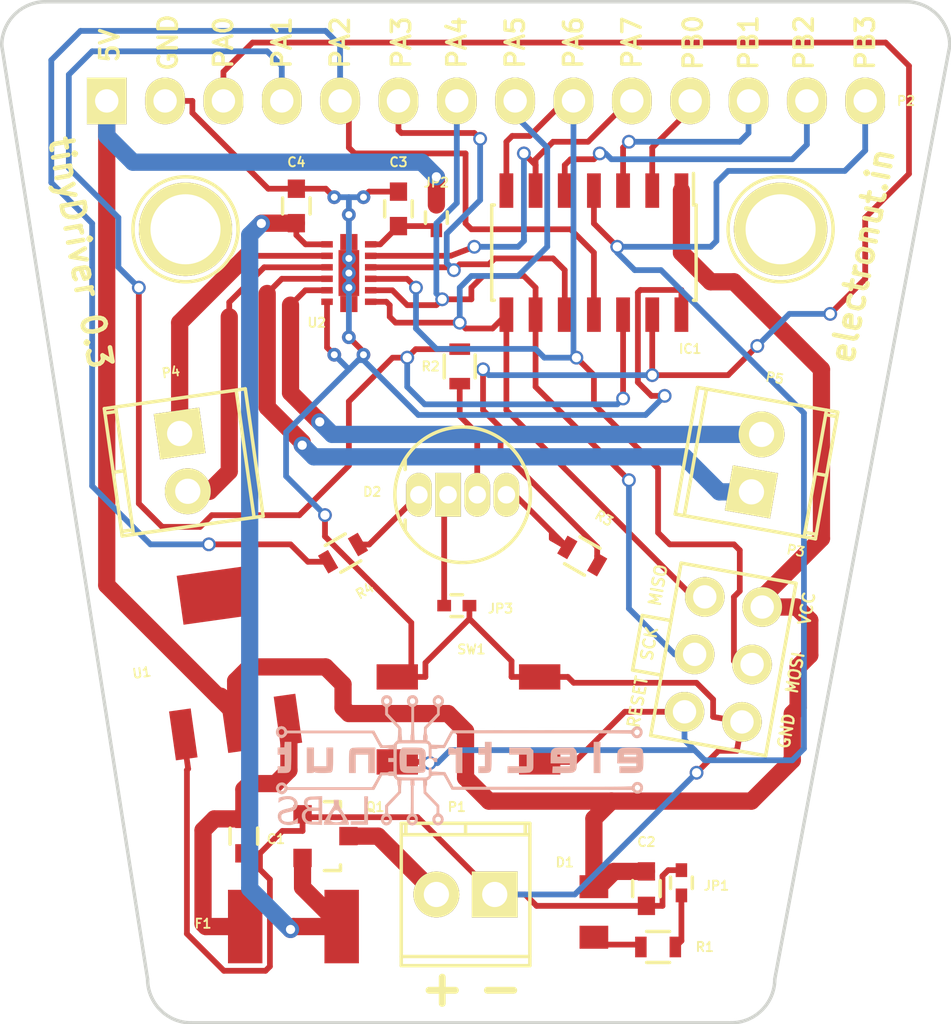
<source format=kicad_pcb>
(kicad_pcb (version 20171130) (host pcbnew "(5.1.12)-1")

  (general
    (thickness 1.6)
    (drawings 32)
    (tracks 457)
    (zones 0)
    (modules 36)
    (nets 29)
  )

  (page A4)
  (layers
    (0 F.Cu signal)
    (31 B.Cu signal)
    (32 B.Adhes user hide)
    (33 F.Adhes user hide)
    (34 B.Paste user)
    (35 F.Paste user)
    (36 B.SilkS user)
    (37 F.SilkS user)
    (38 B.Mask user)
    (39 F.Mask user)
    (40 Dwgs.User user)
    (41 Cmts.User user)
    (42 Eco1.User user)
    (43 Eco2.User user)
    (44 Edge.Cuts user)
    (45 Margin user)
    (46 B.CrtYd user)
    (47 F.CrtYd user)
    (48 B.Fab user)
    (49 F.Fab user)
  )

  (setup
    (last_trace_width 0.25)
    (trace_clearance 0.2)
    (zone_clearance 0.1)
    (zone_45_only no)
    (trace_min 0.2)
    (via_size 0.6)
    (via_drill 0.4)
    (via_min_size 0.4)
    (via_min_drill 0.3)
    (uvia_size 0.3)
    (uvia_drill 0.1)
    (uvias_allowed no)
    (uvia_min_size 0.2)
    (uvia_min_drill 0.1)
    (edge_width 0.15)
    (segment_width 0.2)
    (pcb_text_width 0.3)
    (pcb_text_size 1.5 1.5)
    (mod_edge_width 0.15)
    (mod_text_size 1 1)
    (mod_text_width 0.15)
    (pad_size 2 0.9)
    (pad_drill 0)
    (pad_to_mask_clearance 0.2)
    (aux_axis_origin 0 0)
    (visible_elements 7FFFFF7F)
    (pcbplotparams
      (layerselection 0x010f0_80000001)
      (usegerberextensions true)
      (usegerberattributes true)
      (usegerberadvancedattributes true)
      (creategerberjobfile true)
      (excludeedgelayer true)
      (linewidth 0.100000)
      (plotframeref false)
      (viasonmask false)
      (mode 1)
      (useauxorigin false)
      (hpglpennumber 1)
      (hpglpenspeed 20)
      (hpglpendiameter 15.000000)
      (psnegative false)
      (psa4output false)
      (plotreference true)
      (plotvalue true)
      (plotinvisibletext false)
      (padsonsilk false)
      (subtractmaskfromsilk true)
      (outputformat 1)
      (mirror false)
      (drillshape 0)
      (scaleselection 1)
      (outputdirectory "gerbers/"))
  )

  (net 0 "")
  (net 1 VIN)
  (net 2 GND)
  (net 3 VCC)
  (net 4 "Net-(D1-Pad1)")
  (net 5 "Net-(D2-Pad2)")
  (net 6 RESET)
  (net 7 "Net-(IC1-Pad5)")
  (net 8 MOSI)
  (net 9 MISO)
  (net 10 "Net-(IC1-Pad12)")
  (net 11 "Net-(JP1-Pad1)")
  (net 12 "Net-(P4-Pad1)")
  (net 13 "Net-(P4-Pad2)")
  (net 14 "Net-(P5-Pad1)")
  (net 15 "Net-(P5-Pad2)")
  (net 16 "Net-(C1-Pad1)")
  (net 17 "Net-(D2-Pad1)")
  (net 18 "Net-(D2-Pad3)")
  (net 19 "Net-(D2-Pad4)")
  (net 20 "Net-(IC1-Pad11)")
  (net 21 "Net-(IC1-Pad3)")
  (net 22 MODE)
  (net 23 PH2)
  (net 24 PH1)
  (net 25 "Net-(IC1-Pad2)")
  (net 26 "Net-(IC1-Pad13)")
  (net 27 "Net-(P1-Pad2)")
  (net 28 "Net-(C3-Pad1)")

  (net_class Default "This is the default net class."
    (clearance 0.2)
    (trace_width 0.25)
    (via_dia 0.6)
    (via_drill 0.4)
    (uvia_dia 0.3)
    (uvia_drill 0.1)
    (add_net GND)
    (add_net MISO)
    (add_net MODE)
    (add_net MOSI)
    (add_net "Net-(C3-Pad1)")
    (add_net "Net-(D1-Pad1)")
    (add_net "Net-(D2-Pad1)")
    (add_net "Net-(D2-Pad2)")
    (add_net "Net-(D2-Pad3)")
    (add_net "Net-(D2-Pad4)")
    (add_net "Net-(IC1-Pad11)")
    (add_net "Net-(IC1-Pad12)")
    (add_net "Net-(IC1-Pad13)")
    (add_net "Net-(IC1-Pad2)")
    (add_net "Net-(IC1-Pad3)")
    (add_net "Net-(IC1-Pad5)")
    (add_net "Net-(JP1-Pad1)")
    (add_net "Net-(P4-Pad2)")
    (add_net "Net-(P5-Pad2)")
    (add_net PH1)
    (add_net PH2)
    (add_net RESET)
    (add_net VIN)
  )

  (net_class power ""
    (clearance 0.2)
    (trace_width 0.75)
    (via_dia 0.6)
    (via_drill 0.4)
    (uvia_dia 0.3)
    (uvia_drill 0.1)
    (add_net "Net-(C1-Pad1)")
    (add_net "Net-(P1-Pad2)")
    (add_net "Net-(P4-Pad1)")
    (add_net "Net-(P5-Pad1)")
    (add_net VCC)
  )

  (module tinybot:via (layer F.Cu) (tedit 56EDFC4F) (tstamp 56EE1D0E)
    (at 138.303 80.137)
    (fp_text reference via_9 (at 0 -0.508) (layer F.SilkS) hide
      (effects (font (size 0.4 0.4) (thickness 0.08)))
    )
    (fp_text value VAL** (at 0 0.508) (layer F.SilkS) hide
      (effects (font (size 0.4 0.4) (thickness 0.08)))
    )
    (pad 1 thru_hole circle (at 0 0) (size 0.6 0.6) (drill 0.3) (layers *.Cu)
      (net 2 GND) (zone_connect 2))
  )

  (module tinybot:via (layer F.Cu) (tedit 56EDFC4F) (tstamp 56EE1D09)
    (at 137.033 80.137)
    (fp_text reference via_8 (at 0 -0.508) (layer F.SilkS) hide
      (effects (font (size 0.4 0.4) (thickness 0.08)))
    )
    (fp_text value VAL** (at 0 0.508) (layer F.SilkS) hide
      (effects (font (size 0.4 0.4) (thickness 0.08)))
    )
    (pad 1 thru_hole circle (at 0 0) (size 0.6 0.6) (drill 0.3) (layers *.Cu)
      (net 2 GND) (zone_connect 2))
  )

  (module tinybot:via (layer F.Cu) (tedit 56EDFC4F) (tstamp 56EE1CFD)
    (at 137.668 79.375)
    (fp_text reference via_7 (at 0 -0.508) (layer F.SilkS) hide
      (effects (font (size 0.4 0.4) (thickness 0.08)))
    )
    (fp_text value VAL** (at 0 0.508) (layer F.SilkS) hide
      (effects (font (size 0.4 0.4) (thickness 0.08)))
    )
    (pad 1 thru_hole circle (at 0 0) (size 0.6 0.6) (drill 0.3) (layers *.Cu)
      (net 2 GND) (zone_connect 2))
  )

  (module tinybot:via (layer F.Cu) (tedit 56EDFC4F) (tstamp 56EE1CEF)
    (at 137.668 74.041)
    (fp_text reference via_6 (at 0 -0.508) (layer F.SilkS) hide
      (effects (font (size 0.4 0.4) (thickness 0.08)))
    )
    (fp_text value VAL** (at 0 0.508) (layer F.SilkS) hide
      (effects (font (size 0.4 0.4) (thickness 0.08)))
    )
    (pad 1 thru_hole circle (at 0 0) (size 0.6 0.6) (drill 0.3) (layers *.Cu)
      (net 2 GND) (zone_connect 2))
  )

  (module tinybot:via (layer F.Cu) (tedit 56EDFC4F) (tstamp 56EE1CD0)
    (at 137.033 73.279)
    (fp_text reference via_5 (at 0 -0.508) (layer F.SilkS) hide
      (effects (font (size 0.4 0.4) (thickness 0.08)))
    )
    (fp_text value VAL** (at 0 0.508) (layer F.SilkS) hide
      (effects (font (size 0.4 0.4) (thickness 0.08)))
    )
    (pad 1 thru_hole circle (at 0 0) (size 0.6 0.6) (drill 0.3) (layers *.Cu)
      (net 2 GND) (zone_connect 2))
  )

  (module tinybot:via (layer F.Cu) (tedit 56EDFC4F) (tstamp 56EE1CBC)
    (at 138.303 73.279)
    (fp_text reference via_4 (at 0 -0.508) (layer F.SilkS) hide
      (effects (font (size 0.4 0.4) (thickness 0.08)))
    )
    (fp_text value VAL** (at 0 0.508) (layer F.SilkS) hide
      (effects (font (size 0.4 0.4) (thickness 0.08)))
    )
    (pad 1 thru_hole circle (at 0 0) (size 0.6 0.6) (drill 0.3) (layers *.Cu)
      (net 2 GND) (zone_connect 2))
  )

  (module tinybot:via (layer F.Cu) (tedit 56EDFC2D) (tstamp 56ED04F0)
    (at 137.668 76.581)
    (fp_text reference via_3 (at 0 -0.508) (layer F.SilkS) hide
      (effects (font (size 0.4 0.4) (thickness 0.08)))
    )
    (fp_text value VAL** (at 0 0.508) (layer F.SilkS) hide
      (effects (font (size 0.4 0.4) (thickness 0.08)))
    )
    (pad 1 thru_hole circle (at 0 0) (size 0.6 0.6) (drill 0.3) (layers *.Cu)
      (net 2 GND) (zone_connect 2))
  )

  (module tinybot:via (layer F.Cu) (tedit 56EDFC35) (tstamp 56ED0495)
    (at 137.668 77.216)
    (fp_text reference via_2 (at 0 -0.508) (layer F.SilkS) hide
      (effects (font (size 0.4 0.4) (thickness 0.08)))
    )
    (fp_text value VAL** (at 0 0.508) (layer F.SilkS) hide
      (effects (font (size 0.4 0.4) (thickness 0.08)))
    )
    (pad 1 thru_hole circle (at 0 0) (size 0.6 0.6) (drill 0.3) (layers *.Cu)
      (net 2 GND) (zone_connect 2))
  )

  (module Capacitors_SMD:C_0402 (layer F.Cu) (tedit 56EE107C) (tstamp 56DBF77A)
    (at 152.146 103.124 90)
    (descr "Capacitor SMD 0402, reflow soldering, AVX (see smccp.pdf)")
    (tags "capacitor 0402")
    (path /56DBBF78)
    (attr smd)
    (fp_text reference JP1 (at -0.127 1.524 180) (layer F.SilkS)
      (effects (font (size 0.4 0.4) (thickness 0.08)))
    )
    (fp_text value JUMPER (at 0 1.7 90) (layer F.Fab) hide
      (effects (font (size 1 1) (thickness 0.15)))
    )
    (fp_line (start -0.25 0.475) (end 0.25 0.475) (layer F.SilkS) (width 0.15))
    (fp_line (start 0.25 -0.475) (end -0.25 -0.475) (layer F.SilkS) (width 0.15))
    (fp_line (start 1.15 -0.6) (end 1.15 0.6) (layer F.CrtYd) (width 0.05))
    (fp_line (start -1.15 -0.6) (end -1.15 0.6) (layer F.CrtYd) (width 0.05))
    (fp_line (start -1.15 0.6) (end 1.15 0.6) (layer F.CrtYd) (width 0.05))
    (fp_line (start -1.15 -0.6) (end 1.15 -0.6) (layer F.CrtYd) (width 0.05))
    (pad 1 smd rect (at -0.55 0 90) (size 0.6 0.5) (layers F.Cu F.Paste F.Mask)
      (net 11 "Net-(JP1-Pad1)"))
    (pad 2 smd rect (at 0.55 0 90) (size 0.6 0.5) (layers F.Cu F.Paste F.Mask)
      (net 2 GND))
    (model Capacitors_SMD.3dshapes/C_0402.wrl
      (at (xyz 0 0 0))
      (scale (xyz 1 1 1))
      (rotate (xyz 0 0 0))
    )
  )

  (module Capacitors_SMD:C_0603 (layer F.Cu) (tedit 56ECF616) (tstamp 56DCF72E)
    (at 133.096 101.092 270)
    (descr "Capacitor SMD 0603, reflow soldering, AVX (see smccp.pdf)")
    (tags "capacitor 0603")
    (path /56DC0BCC)
    (attr smd)
    (fp_text reference C1 (at 0.127 -1.397) (layer F.SilkS)
      (effects (font (size 0.4 0.4) (thickness 0.08)))
    )
    (fp_text value 0.1uF (at 0 1.9 270) (layer F.Fab) hide
      (effects (font (size 1 1) (thickness 0.15)))
    )
    (fp_line (start 0.35 0.6) (end -0.35 0.6) (layer F.SilkS) (width 0.15))
    (fp_line (start -0.35 -0.6) (end 0.35 -0.6) (layer F.SilkS) (width 0.15))
    (fp_line (start 1.45 -0.75) (end 1.45 0.75) (layer F.CrtYd) (width 0.05))
    (fp_line (start -1.45 -0.75) (end -1.45 0.75) (layer F.CrtYd) (width 0.05))
    (fp_line (start -1.45 0.75) (end 1.45 0.75) (layer F.CrtYd) (width 0.05))
    (fp_line (start -1.45 -0.75) (end 1.45 -0.75) (layer F.CrtYd) (width 0.05))
    (pad 1 smd rect (at -0.75 0 270) (size 0.8 0.75) (layers F.Cu F.Paste F.Mask)
      (net 16 "Net-(C1-Pad1)"))
    (pad 2 smd rect (at 0.75 0 270) (size 0.8 0.75) (layers F.Cu F.Paste F.Mask)
      (net 2 GND))
    (model Capacitors_SMD.3dshapes/C_0603.wrl
      (at (xyz 0 0 0))
      (scale (xyz 1 1 1))
      (rotate (xyz 0 0 0))
    )
  )

  (module Capacitors_SMD:C_0603 (layer F.Cu) (tedit 56ED209E) (tstamp 56DCF733)
    (at 150.622 103.378 270)
    (descr "Capacitor SMD 0603, reflow soldering, AVX (see smccp.pdf)")
    (tags "capacitor 0603")
    (path /56DC0D30)
    (attr smd)
    (fp_text reference C2 (at -2.032 0) (layer F.SilkS)
      (effects (font (size 0.4 0.4) (thickness 0.08)))
    )
    (fp_text value 10uF (at 0 1.9 270) (layer F.Fab) hide
      (effects (font (size 1 1) (thickness 0.15)))
    )
    (fp_line (start 0.35 0.6) (end -0.35 0.6) (layer F.SilkS) (width 0.15))
    (fp_line (start -0.35 -0.6) (end 0.35 -0.6) (layer F.SilkS) (width 0.15))
    (fp_line (start 1.45 -0.75) (end 1.45 0.75) (layer F.CrtYd) (width 0.05))
    (fp_line (start -1.45 -0.75) (end -1.45 0.75) (layer F.CrtYd) (width 0.05))
    (fp_line (start -1.45 0.75) (end 1.45 0.75) (layer F.CrtYd) (width 0.05))
    (fp_line (start -1.45 -0.75) (end 1.45 -0.75) (layer F.CrtYd) (width 0.05))
    (pad 1 smd rect (at -0.75 0 270) (size 0.8 0.75) (layers F.Cu F.Paste F.Mask)
      (net 3 VCC))
    (pad 2 smd rect (at 0.75 0 270) (size 0.8 0.75) (layers F.Cu F.Paste F.Mask)
      (net 2 GND))
    (model Capacitors_SMD.3dshapes/C_0603.wrl
      (at (xyz 0 0 0))
      (scale (xyz 1 1 1))
      (rotate (xyz 0 0 0))
    )
  )

  (module Resistors_SMD:R_0603 (layer F.Cu) (tedit 56ED2097) (tstamp 56DCF758)
    (at 151.13 105.918)
    (descr "Resistor SMD 0603, reflow soldering, Vishay (see dcrcw.pdf)")
    (tags "resistor 0603")
    (path /56DBBA68)
    (attr smd)
    (fp_text reference R1 (at 2.032 0) (layer F.SilkS)
      (effects (font (size 0.4 0.4) (thickness 0.08)))
    )
    (fp_text value 330 (at 0 1.9) (layer F.Fab) hide
      (effects (font (size 1 1) (thickness 0.15)))
    )
    (fp_line (start -0.5 -0.675) (end 0.5 -0.675) (layer F.SilkS) (width 0.15))
    (fp_line (start 0.5 0.675) (end -0.5 0.675) (layer F.SilkS) (width 0.15))
    (fp_line (start 1.3 -0.8) (end 1.3 0.8) (layer F.CrtYd) (width 0.05))
    (fp_line (start -1.3 -0.8) (end -1.3 0.8) (layer F.CrtYd) (width 0.05))
    (fp_line (start -1.3 0.8) (end 1.3 0.8) (layer F.CrtYd) (width 0.05))
    (fp_line (start -1.3 -0.8) (end 1.3 -0.8) (layer F.CrtYd) (width 0.05))
    (pad 1 smd rect (at -0.75 0) (size 0.5 0.9) (layers F.Cu F.Paste F.Mask)
      (net 4 "Net-(D1-Pad1)"))
    (pad 2 smd rect (at 0.75 0) (size 0.5 0.9) (layers F.Cu F.Paste F.Mask)
      (net 11 "Net-(JP1-Pad1)"))
    (model Resistors_SMD.3dshapes/R_0603.wrl
      (at (xyz 0 0 0))
      (scale (xyz 1 1 1))
      (rotate (xyz 0 0 0))
    )
  )

  (module Resistors_SMD:R_0603 (layer F.Cu) (tedit 56EEAD4A) (tstamp 56DCF75D)
    (at 142.494 80.645 90)
    (descr "Resistor SMD 0603, reflow soldering, Vishay (see dcrcw.pdf)")
    (tags "resistor 0603")
    (path /56DBB6F7)
    (attr smd)
    (fp_text reference R2 (at 0 -1.27 180) (layer F.SilkS)
      (effects (font (size 0.4 0.4) (thickness 0.08)))
    )
    (fp_text value 200 (at 0 1.9 90) (layer F.Fab) hide
      (effects (font (size 1 1) (thickness 0.15)))
    )
    (fp_line (start -0.5 -0.675) (end 0.5 -0.675) (layer F.SilkS) (width 0.15))
    (fp_line (start 0.5 0.675) (end -0.5 0.675) (layer F.SilkS) (width 0.15))
    (fp_line (start 1.3 -0.8) (end 1.3 0.8) (layer F.CrtYd) (width 0.05))
    (fp_line (start -1.3 -0.8) (end -1.3 0.8) (layer F.CrtYd) (width 0.05))
    (fp_line (start -1.3 0.8) (end 1.3 0.8) (layer F.CrtYd) (width 0.05))
    (fp_line (start -1.3 -0.8) (end 1.3 -0.8) (layer F.CrtYd) (width 0.05))
    (pad 1 smd rect (at -0.75 0 90) (size 0.5 0.9) (layers F.Cu F.Paste F.Mask)
      (net 18 "Net-(D2-Pad3)"))
    (pad 2 smd rect (at 0.75 0 90) (size 0.5 0.9) (layers F.Cu F.Paste F.Mask)
      (net 10 "Net-(IC1-Pad12)"))
    (model Resistors_SMD.3dshapes/R_0603.wrl
      (at (xyz 0 0 0))
      (scale (xyz 1 1 1))
      (rotate (xyz 0 0 0))
    )
  )

  (module Resistors_SMD:R_0603 (layer F.Cu) (tedit 56DE6CCF) (tstamp 56DCF762)
    (at 147.828 88.9 330)
    (descr "Resistor SMD 0603, reflow soldering, Vishay (see dcrcw.pdf)")
    (tags "resistor 0603")
    (path /56DBB72A)
    (attr smd)
    (fp_text reference R3 (at 0 -1.9 330) (layer F.SilkS)
      (effects (font (size 0.4 0.4) (thickness 0.08)))
    )
    (fp_text value 100 (at 0 1.9 330) (layer F.Fab) hide
      (effects (font (size 1 1) (thickness 0.15)))
    )
    (fp_line (start -0.5 -0.675) (end 0.5 -0.675) (layer F.SilkS) (width 0.15))
    (fp_line (start 0.5 0.675) (end -0.5 0.675) (layer F.SilkS) (width 0.15))
    (fp_line (start 1.3 -0.8) (end 1.3 0.8) (layer F.CrtYd) (width 0.05))
    (fp_line (start -1.3 -0.8) (end -1.3 0.8) (layer F.CrtYd) (width 0.05))
    (fp_line (start -1.3 0.8) (end 1.3 0.8) (layer F.CrtYd) (width 0.05))
    (fp_line (start -1.3 -0.8) (end 1.3 -0.8) (layer F.CrtYd) (width 0.05))
    (pad 1 smd rect (at -0.75 0 330) (size 0.5 0.9) (layers F.Cu F.Paste F.Mask)
      (net 19 "Net-(D2-Pad4)"))
    (pad 2 smd rect (at 0.75 0 330) (size 0.5 0.9) (layers F.Cu F.Paste F.Mask)
      (net 26 "Net-(IC1-Pad13)"))
    (model Resistors_SMD.3dshapes/R_0603.wrl
      (at (xyz 0 0 0))
      (scale (xyz 1 1 1))
      (rotate (xyz 0 0 0))
    )
  )

  (module Resistors_SMD:R_0603 (layer F.Cu) (tedit 56DE6CD7) (tstamp 56DE5288)
    (at 137.414 88.773 210)
    (descr "Resistor SMD 0603, reflow soldering, Vishay (see dcrcw.pdf)")
    (tags "resistor 0603")
    (path /56DD91F9)
    (attr smd)
    (fp_text reference R4 (at 0 -1.9 210) (layer F.SilkS)
      (effects (font (size 0.4 0.4) (thickness 0.08)))
    )
    (fp_text value 100 (at 0 1.9 210) (layer F.Fab) hide
      (effects (font (size 1 1) (thickness 0.15)))
    )
    (fp_line (start -0.5 -0.675) (end 0.5 -0.675) (layer F.SilkS) (width 0.15))
    (fp_line (start 0.5 0.675) (end -0.5 0.675) (layer F.SilkS) (width 0.15))
    (fp_line (start 1.3 -0.8) (end 1.3 0.8) (layer F.CrtYd) (width 0.05))
    (fp_line (start -1.3 -0.8) (end -1.3 0.8) (layer F.CrtYd) (width 0.05))
    (fp_line (start -1.3 0.8) (end 1.3 0.8) (layer F.CrtYd) (width 0.05))
    (fp_line (start -1.3 -0.8) (end 1.3 -0.8) (layer F.CrtYd) (width 0.05))
    (pad 1 smd rect (at -0.75 0 210) (size 0.5 0.9) (layers F.Cu F.Paste F.Mask)
      (net 17 "Net-(D2-Pad1)"))
    (pad 2 smd rect (at 0.75 0 210) (size 0.5 0.9) (layers F.Cu F.Paste F.Mask)
      (net 20 "Net-(IC1-Pad11)"))
    (model Resistors_SMD.3dshapes/R_0603.wrl
      (at (xyz 0 0 0))
      (scale (xyz 1 1 1))
      (rotate (xyz 0 0 0))
    )
  )

  (module Capacitors_SMD:C_0402 (layer F.Cu) (tedit 56EE0A7E) (tstamp 56DE58E3)
    (at 141.478 74.168 270)
    (descr "Capacitor SMD 0402, reflow soldering, AVX (see smccp.pdf)")
    (tags "capacitor 0402")
    (path /56DBF9E9)
    (attr smd)
    (fp_text reference JP2 (at -1.524 0) (layer F.SilkS)
      (effects (font (size 0.4 0.4) (thickness 0.08)))
    )
    (fp_text value JUMPER (at 0 1.7 270) (layer F.Fab) hide
      (effects (font (size 1 1) (thickness 0.15)))
    )
    (fp_line (start -0.25 0.475) (end 0.25 0.475) (layer F.SilkS) (width 0.15))
    (fp_line (start 0.25 -0.475) (end -0.25 -0.475) (layer F.SilkS) (width 0.15))
    (fp_line (start 1.15 -0.6) (end 1.15 0.6) (layer F.CrtYd) (width 0.05))
    (fp_line (start -1.15 -0.6) (end -1.15 0.6) (layer F.CrtYd) (width 0.05))
    (fp_line (start -1.15 0.6) (end 1.15 0.6) (layer F.CrtYd) (width 0.05))
    (fp_line (start -1.15 -0.6) (end 1.15 -0.6) (layer F.CrtYd) (width 0.05))
    (pad 1 smd rect (at -0.55 0 270) (size 0.6 0.5) (layers F.Cu F.Paste F.Mask)
      (net 3 VCC))
    (pad 2 smd rect (at 0.55 0 270) (size 0.6 0.5) (layers F.Cu F.Paste F.Mask)
      (net 28 "Net-(C3-Pad1)"))
    (model Capacitors_SMD.3dshapes/C_0402.wrl
      (at (xyz 0 0 0))
      (scale (xyz 1 1 1))
      (rotate (xyz 0 0 0))
    )
  )

  (module Capacitors_SMD:C_0402 (layer F.Cu) (tedit 56ED0A5B) (tstamp 56DE58ED)
    (at 142.367 91.059)
    (descr "Capacitor SMD 0402, reflow soldering, AVX (see smccp.pdf)")
    (tags "capacitor 0402")
    (path /56DE6039)
    (attr smd)
    (fp_text reference JP3 (at 1.905 0.127) (layer F.SilkS)
      (effects (font (size 0.4 0.4) (thickness 0.08)))
    )
    (fp_text value JUMPER (at 0 1.7) (layer F.Fab) hide
      (effects (font (size 1 1) (thickness 0.15)))
    )
    (fp_line (start -0.25 0.475) (end 0.25 0.475) (layer F.SilkS) (width 0.15))
    (fp_line (start 0.25 -0.475) (end -0.25 -0.475) (layer F.SilkS) (width 0.15))
    (fp_line (start 1.15 -0.6) (end 1.15 0.6) (layer F.CrtYd) (width 0.05))
    (fp_line (start -1.15 -0.6) (end -1.15 0.6) (layer F.CrtYd) (width 0.05))
    (fp_line (start -1.15 0.6) (end 1.15 0.6) (layer F.CrtYd) (width 0.05))
    (fp_line (start -1.15 -0.6) (end 1.15 -0.6) (layer F.CrtYd) (width 0.05))
    (pad 1 smd rect (at -0.55 0) (size 0.6 0.5) (layers F.Cu F.Paste F.Mask)
      (net 5 "Net-(D2-Pad2)"))
    (pad 2 smd rect (at 0.55 0) (size 0.6 0.5) (layers F.Cu F.Paste F.Mask)
      (net 2 GND))
    (model Capacitors_SMD.3dshapes/C_0402.wrl
      (at (xyz 0 0 0))
      (scale (xyz 1 1 1))
      (rotate (xyz 0 0 0))
    )
  )

  (module tinybot:Pin_Header_Straight_1x14 (layer F.Cu) (tedit 56F103C9) (tstamp 56DE6F9D)
    (at 127.127 69.088 90)
    (descr "Through hole pin header")
    (tags "pin header")
    (path /56DE6C96)
    (fp_text reference P2 (at 0 34.798 180) (layer F.SilkS)
      (effects (font (size 0.4 0.4) (thickness 0.08)))
    )
    (fp_text value "Pin Breakout" (at 0 -3.1 90) (layer F.Fab) hide
      (effects (font (size 1 1) (thickness 0.15)))
    )
    (pad 1 thru_hole rect (at 0 0 90) (size 2.032 1.7272) (drill 1.016) (layers *.Cu *.Mask F.SilkS)
      (net 3 VCC))
    (pad 2 thru_hole oval (at 0 2.54 90) (size 2.032 1.7272) (drill 1.016) (layers *.Cu *.Mask F.SilkS)
      (net 2 GND))
    (pad 3 thru_hole oval (at 0 5.08 90) (size 2.032 1.7272) (drill 1.016) (layers *.Cu *.Mask F.SilkS)
      (net 26 "Net-(IC1-Pad13)"))
    (pad 4 thru_hole oval (at 0 7.62 90) (size 2.032 1.7272) (drill 1.016) (layers *.Cu *.Mask F.SilkS)
      (net 10 "Net-(IC1-Pad12)"))
    (pad 5 thru_hole oval (at 0 10.16 90) (size 2.032 1.7272) (drill 1.016) (layers *.Cu *.Mask F.SilkS)
      (net 20 "Net-(IC1-Pad11)"))
    (pad 6 thru_hole oval (at 0 12.7 90) (size 2.032 1.7272) (drill 1.016) (layers *.Cu *.Mask F.SilkS)
      (net 24 PH1))
    (pad 7 thru_hole oval (at 0 15.24 90) (size 2.032 1.7272) (drill 1.016) (layers *.Cu *.Mask F.SilkS)
      (net 23 PH2))
    (pad 8 thru_hole oval (at 0 17.78 90) (size 2.032 1.7272) (drill 1.016) (layers *.Cu *.Mask F.SilkS)
      (net 9 MISO))
    (pad 9 thru_hole oval (at 0 20.32 90) (size 2.032 1.7272) (drill 1.016) (layers *.Cu *.Mask F.SilkS)
      (net 8 MOSI))
    (pad 10 thru_hole oval (at 0 22.86 90) (size 2.032 1.7272) (drill 1.016) (layers *.Cu *.Mask F.SilkS)
      (net 22 MODE))
    (pad 11 thru_hole oval (at 0 25.4 90) (size 2.032 1.7272) (drill 1.016) (layers *.Cu *.Mask F.SilkS)
      (net 25 "Net-(IC1-Pad2)"))
    (pad 12 thru_hole oval (at 0 27.94 90) (size 2.032 1.7272) (drill 1.016) (layers *.Cu *.Mask F.SilkS)
      (net 21 "Net-(IC1-Pad3)"))
    (pad 13 thru_hole oval (at 0 30.48 90) (size 2.032 1.7272) (drill 1.016) (layers *.Cu *.Mask F.SilkS)
      (net 7 "Net-(IC1-Pad5)"))
    (pad 14 thru_hole oval (at 0 33.02 90) (size 2.032 1.7272) (drill 1.016) (layers *.Cu *.Mask F.SilkS)
      (net 6 RESET))
    (model Pin_Headers.3dshapes/Pin_Header_Straight_1x14.wrl
      (offset (xyz 0 -16.50999975204468 0))
      (scale (xyz 1 1 1))
      (rotate (xyz 0 0 90))
    )
  )

  (module tinybot:DRV8835 (layer F.Cu) (tedit 56F0DF21) (tstamp 56E1549A)
    (at 137.668 76.581 270)
    (path /56E103E7)
    (fp_text reference U2 (at 2.159 1.397) (layer F.SilkS)
      (effects (font (size 0.4 0.4) (thickness 0.08)))
    )
    (fp_text value DRV8835 (at 0 -2.54 270) (layer F.Fab) hide
      (effects (font (size 1 1) (thickness 0.15)))
    )
    (pad 0 smd rect (at 0 0 270) (size 2 0.9) (layers F.Cu F.Paste F.Mask))
    (pad 0 smd rect (at 1.35 0.25 270) (size 0.7 0.25) (layers F.Cu F.Paste F.Mask))
    (pad 0 smd rect (at -1.35 0.25 270) (size 0.7 0.25) (layers F.Cu F.Paste F.Mask))
    (pad 0 smd rect (at 1.35 -0.25 270) (size 0.7 0.25) (layers F.Cu F.Paste F.Mask))
    (pad 0 smd rect (at -1.35 -0.25 270) (size 0.7 0.25) (layers F.Cu F.Paste F.Mask))
    (pad 12 smd rect (at -1.25 -0.95 270) (size 0.28 0.5) (layers F.Cu F.Paste F.Mask)
      (net 28 "Net-(C3-Pad1)"))
    (pad 11 smd rect (at -0.75 -0.95 270) (size 0.28 0.5) (layers F.Cu F.Paste F.Mask)
      (net 22 MODE))
    (pad 10 smd rect (at -0.25 -0.95 270) (size 0.28 0.5) (layers F.Cu F.Paste F.Mask)
      (net 24 PH1))
    (pad 9 smd rect (at 0.25 -0.95 270) (size 0.28 0.5) (layers F.Cu F.Paste F.Mask)
      (net 8 MOSI))
    (pad 8 smd rect (at 0.75 -0.95 270) (size 0.28 0.5) (layers F.Cu F.Paste F.Mask)
      (net 23 PH2))
    (pad 7 smd rect (at 1.25 -0.95 270) (size 0.28 0.5) (layers F.Cu F.Paste F.Mask)
      (net 9 MISO))
    (pad 1 smd rect (at -1.25 0.95 270) (size 0.28 0.5) (layers F.Cu F.Paste F.Mask)
      (net 1 VIN))
    (pad 2 smd rect (at -0.75 0.95 270) (size 0.28 0.5) (layers F.Cu F.Paste F.Mask)
      (net 12 "Net-(P4-Pad1)"))
    (pad 3 smd rect (at -0.25 0.95 270) (size 0.28 0.5) (layers F.Cu F.Paste F.Mask)
      (net 13 "Net-(P4-Pad2)"))
    (pad 4 smd rect (at 0.25 0.95 270) (size 0.28 0.5) (layers F.Cu F.Paste F.Mask)
      (net 14 "Net-(P5-Pad1)"))
    (pad 5 smd rect (at 0.75 0.95 270) (size 0.28 0.5) (layers F.Cu F.Paste F.Mask)
      (net 15 "Net-(P5-Pad2)"))
    (pad 6 smd rect (at 1.25 0.95 270) (size 0.28 0.5) (layers F.Cu F.Paste F.Mask)
      (net 2 GND))
    (model "/Library/Application Support/kicad/packages3d/Housings_DFN_QFN.3dshapes/DFN-12-1EP_2x3mm_Pitch0.45mm.wrl"
      (at (xyz 0 0 0))
      (scale (xyz 1 1 1))
      (rotate (xyz 0 0 90))
    )
  )

  (module TO_SOT_Packages_SMD:SOT-23 (layer F.Cu) (tedit 56ECF627) (tstamp 56E29FC7)
    (at 136.652 101.092 270)
    (descr "SOT-23, Standard")
    (tags SOT-23)
    (path /56E29E87)
    (attr smd)
    (fp_text reference Q1 (at -1.27 -2.159) (layer F.SilkS)
      (effects (font (size 0.4 0.4) (thickness 0.08)))
    )
    (fp_text value NCE3407A (at 0 2.3 270) (layer F.Fab) hide
      (effects (font (size 1 1) (thickness 0.15)))
    )
    (fp_line (start 1.49982 -0.65024) (end 1.49982 0.0508) (layer F.SilkS) (width 0.15))
    (fp_line (start 1.29916 -0.65024) (end 1.49982 -0.65024) (layer F.SilkS) (width 0.15))
    (fp_line (start -1.49982 -0.65024) (end -1.2509 -0.65024) (layer F.SilkS) (width 0.15))
    (fp_line (start -1.49982 0.0508) (end -1.49982 -0.65024) (layer F.SilkS) (width 0.15))
    (fp_line (start 1.29916 -0.65024) (end 1.2509 -0.65024) (layer F.SilkS) (width 0.15))
    (fp_line (start -1.65 1.6) (end -1.65 -1.6) (layer F.CrtYd) (width 0.05))
    (fp_line (start 1.65 1.6) (end -1.65 1.6) (layer F.CrtYd) (width 0.05))
    (fp_line (start 1.65 -1.6) (end 1.65 1.6) (layer F.CrtYd) (width 0.05))
    (fp_line (start -1.65 -1.6) (end 1.65 -1.6) (layer F.CrtYd) (width 0.05))
    (pad 1 smd rect (at -0.95 1.00076 270) (size 0.8001 0.8001) (layers F.Cu F.Paste F.Mask)
      (net 2 GND))
    (pad 2 smd rect (at 0.95 1.00076 270) (size 0.8001 0.8001) (layers F.Cu F.Paste F.Mask)
      (net 1 VIN))
    (pad 3 smd rect (at 0 -0.99822 270) (size 0.8001 0.8001) (layers F.Cu F.Paste F.Mask)
      (net 27 "Net-(P1-Pad2)"))
    (model TO_SOT_Packages_SMD.3dshapes/SOT-23.wrl
      (at (xyz 0 0 0))
      (scale (xyz 1 1 1))
      (rotate (xyz 0 0 0))
    )
  )

  (module Capacitors_SMD:C_0603 (layer F.Cu) (tedit 56EEAD1D) (tstamp 56E4291F)
    (at 139.827 73.787 90)
    (descr "Capacitor SMD 0603, reflow soldering, AVX (see smccp.pdf)")
    (tags "capacitor 0603")
    (path /56E2B2C0)
    (attr smd)
    (fp_text reference C3 (at 2.032 0 180) (layer F.SilkS)
      (effects (font (size 0.4 0.4) (thickness 0.08)))
    )
    (fp_text value 0.1uF (at 0 1.9 90) (layer F.Fab) hide
      (effects (font (size 1 1) (thickness 0.15)))
    )
    (fp_line (start 0.35 0.6) (end -0.35 0.6) (layer F.SilkS) (width 0.15))
    (fp_line (start -0.35 -0.6) (end 0.35 -0.6) (layer F.SilkS) (width 0.15))
    (fp_line (start 1.45 -0.75) (end 1.45 0.75) (layer F.CrtYd) (width 0.05))
    (fp_line (start -1.45 -0.75) (end -1.45 0.75) (layer F.CrtYd) (width 0.05))
    (fp_line (start -1.45 0.75) (end 1.45 0.75) (layer F.CrtYd) (width 0.05))
    (fp_line (start -1.45 -0.75) (end 1.45 -0.75) (layer F.CrtYd) (width 0.05))
    (pad 1 smd rect (at -0.75 0 90) (size 0.8 0.75) (layers F.Cu F.Paste F.Mask)
      (net 28 "Net-(C3-Pad1)"))
    (pad 2 smd rect (at 0.75 0 90) (size 0.8 0.75) (layers F.Cu F.Paste F.Mask)
      (net 2 GND))
    (model Capacitors_SMD.3dshapes/C_0603.wrl
      (at (xyz 0 0 0))
      (scale (xyz 1 1 1))
      (rotate (xyz 0 0 0))
    )
  )

  (module Capacitors_SMD:C_0603 (layer F.Cu) (tedit 56EE0A8B) (tstamp 56E4292B)
    (at 135.382 73.66 90)
    (descr "Capacitor SMD 0603, reflow soldering, AVX (see smccp.pdf)")
    (tags "capacitor 0603")
    (path /56E2B323)
    (attr smd)
    (fp_text reference C4 (at 1.905 0 180) (layer F.SilkS)
      (effects (font (size 0.4 0.4) (thickness 0.08)))
    )
    (fp_text value 10uF (at 0 1.9 90) (layer F.Fab) hide
      (effects (font (size 1 1) (thickness 0.15)))
    )
    (fp_line (start 0.35 0.6) (end -0.35 0.6) (layer F.SilkS) (width 0.15))
    (fp_line (start -0.35 -0.6) (end 0.35 -0.6) (layer F.SilkS) (width 0.15))
    (fp_line (start 1.45 -0.75) (end 1.45 0.75) (layer F.CrtYd) (width 0.05))
    (fp_line (start -1.45 -0.75) (end -1.45 0.75) (layer F.CrtYd) (width 0.05))
    (fp_line (start -1.45 0.75) (end 1.45 0.75) (layer F.CrtYd) (width 0.05))
    (fp_line (start -1.45 -0.75) (end 1.45 -0.75) (layer F.CrtYd) (width 0.05))
    (pad 1 smd rect (at -0.75 0 90) (size 0.8 0.75) (layers F.Cu F.Paste F.Mask)
      (net 1 VIN))
    (pad 2 smd rect (at 0.75 0 90) (size 0.8 0.75) (layers F.Cu F.Paste F.Mask)
      (net 2 GND))
    (model Capacitors_SMD.3dshapes/C_0603.wrl
      (at (xyz 0 0 0))
      (scale (xyz 1 1 1))
      (rotate (xyz 0 0 0))
    )
  )

  (module Housings_SOIC:SOIC-14_3.9x8.7mm_Pitch1.27mm (layer F.Cu) (tedit 56EEAD52) (tstamp 56E673FC)
    (at 148.336 75.692 270)
    (descr "14-Lead Plastic Small Outline (SL) - Narrow, 3.90 mm Body [SOIC] (see Microchip Packaging Specification 00000049BS.pdf)")
    (tags "SOIC 1.27")
    (path /56E672DF)
    (attr smd)
    (fp_text reference IC1 (at 4.191 -4.191) (layer F.SilkS)
      (effects (font (size 0.4 0.4) (thickness 0.08)))
    )
    (fp_text value ATTINY84A-SS (at 0 5.375 270) (layer F.Fab) hide
      (effects (font (size 1 1) (thickness 0.15)))
    )
    (fp_line (start -2.075 -4.335) (end -3.45 -4.335) (layer F.SilkS) (width 0.15))
    (fp_line (start -2.075 4.45) (end 2.075 4.45) (layer F.SilkS) (width 0.15))
    (fp_line (start -2.075 -4.45) (end 2.075 -4.45) (layer F.SilkS) (width 0.15))
    (fp_line (start -2.075 4.45) (end -2.075 4.335) (layer F.SilkS) (width 0.15))
    (fp_line (start 2.075 4.45) (end 2.075 4.335) (layer F.SilkS) (width 0.15))
    (fp_line (start 2.075 -4.45) (end 2.075 -4.335) (layer F.SilkS) (width 0.15))
    (fp_line (start -2.075 -4.45) (end -2.075 -4.335) (layer F.SilkS) (width 0.15))
    (fp_line (start -3.7 4.65) (end 3.7 4.65) (layer F.CrtYd) (width 0.05))
    (fp_line (start -3.7 -4.65) (end 3.7 -4.65) (layer F.CrtYd) (width 0.05))
    (fp_line (start 3.7 -4.65) (end 3.7 4.65) (layer F.CrtYd) (width 0.05))
    (fp_line (start -3.7 -4.65) (end -3.7 4.65) (layer F.CrtYd) (width 0.05))
    (pad 1 smd rect (at -2.7 -3.81 270) (size 1.5 0.6) (layers F.Cu F.Paste F.Mask)
      (net 3 VCC))
    (pad 2 smd rect (at -2.7 -2.54 270) (size 1.5 0.6) (layers F.Cu F.Paste F.Mask)
      (net 25 "Net-(IC1-Pad2)"))
    (pad 3 smd rect (at -2.7 -1.27 270) (size 1.5 0.6) (layers F.Cu F.Paste F.Mask)
      (net 21 "Net-(IC1-Pad3)"))
    (pad 4 smd rect (at -2.7 0 270) (size 1.5 0.6) (layers F.Cu F.Paste F.Mask)
      (net 6 RESET))
    (pad 5 smd rect (at -2.7 1.27 270) (size 1.5 0.6) (layers F.Cu F.Paste F.Mask)
      (net 7 "Net-(IC1-Pad5)"))
    (pad 6 smd rect (at -2.7 2.54 270) (size 1.5 0.6) (layers F.Cu F.Paste F.Mask)
      (net 22 MODE))
    (pad 7 smd rect (at -2.7 3.81 270) (size 1.5 0.6) (layers F.Cu F.Paste F.Mask)
      (net 8 MOSI))
    (pad 8 smd rect (at 2.7 3.81 270) (size 1.5 0.6) (layers F.Cu F.Paste F.Mask)
      (net 9 MISO))
    (pad 9 smd rect (at 2.7 2.54 270) (size 1.5 0.6) (layers F.Cu F.Paste F.Mask)
      (net 23 PH2))
    (pad 10 smd rect (at 2.7 1.27 270) (size 1.5 0.6) (layers F.Cu F.Paste F.Mask)
      (net 24 PH1))
    (pad 11 smd rect (at 2.7 0 270) (size 1.5 0.6) (layers F.Cu F.Paste F.Mask)
      (net 20 "Net-(IC1-Pad11)"))
    (pad 12 smd rect (at 2.7 -1.27 270) (size 1.5 0.6) (layers F.Cu F.Paste F.Mask)
      (net 10 "Net-(IC1-Pad12)"))
    (pad 13 smd rect (at 2.7 -2.54 270) (size 1.5 0.6) (layers F.Cu F.Paste F.Mask)
      (net 26 "Net-(IC1-Pad13)"))
    (pad 14 smd rect (at 2.7 -3.81 270) (size 1.5 0.6) (layers F.Cu F.Paste F.Mask)
      (net 2 GND))
    (model Housings_SOIC.3dshapes/SOIC-14_3.9x8.7mm_Pitch1.27mm.wrl
      (at (xyz 0 0 0))
      (scale (xyz 1 1 1))
      (rotate (xyz 0 0 0))
    )
  )

  (module tinybot:SWITCH_SKQGAKE010 (layer F.Cu) (tedit 56ED0A60) (tstamp 56E2AC57)
    (at 142.875 96.012 180)
    (path /56E2ABAC)
    (fp_text reference SW1 (at -0.127 3.048 180) (layer F.SilkS)
      (effects (font (size 0.4 0.4) (thickness 0.08)))
    )
    (fp_text value SW_PUSH (at 0.3 -3.8 180) (layer F.Fab) hide
      (effects (font (size 1 1) (thickness 0.15)))
    )
    (pad 2 smd rect (at 3.1 1.85 180) (size 1.8 1.1) (layers F.Cu F.Paste F.Mask)
      (net 2 GND))
    (pad 2 smd rect (at -3.1 1.85 180) (size 1.8 1.1) (layers F.Cu F.Paste F.Mask)
      (net 2 GND))
    (pad 1 smd rect (at -3.1 -1.85 180) (size 1.8 1.1) (layers F.Cu F.Paste F.Mask)
      (net 6 RESET))
    (pad 1 smd rect (at 3.1 -1.85 180) (size 1.8 1.1) (layers F.Cu F.Paste F.Mask)
      (net 6 RESET))
    (model ../../../../../Users/mahesh/Documents/kicad3d/AB2_PB_MOM_5.2MM_SMD.wrl
      (at (xyz 0 0 0))
      (scale (xyz 0.4 0.4 1))
      (rotate (xyz 0 0 0))
    )
  )

  (module LEDs:LED-RGB-5MM_Common_Cathode (layer F.Cu) (tedit 56ECF684) (tstamp 56ECDEC1)
    (at 140.716 86.233 90)
    (descr "5mm common cathode RGB LED")
    (tags "RGB LED 5mm Common Cathode")
    (path /56DD7EEB)
    (fp_text reference D2 (at 0.127 -2.032 180) (layer F.SilkS)
      (effects (font (size 0.4 0.4) (thickness 0.08)))
    )
    (fp_text value LED_RCBG (at 0 6.25 90) (layer F.Fab) hide
      (effects (font (size 1 1) (thickness 0.15)))
    )
    (fp_line (start 1.1 -0.595) (end 1.55 -0.595) (layer F.SilkS) (width 0.15))
    (fp_line (start -1.1 -0.595) (end -1.55 -0.595) (layer F.SilkS) (width 0.15))
    (fp_circle (center 0 1.905) (end 2.95 1.905) (layer F.SilkS) (width 0.15))
    (fp_circle (center 0 1.905) (end 3.2 1.905) (layer F.CrtYd) (width 0.05))
    (pad 1 thru_hole oval (at 0 0 90) (size 1.905 1.1176) (drill 0.762) (layers *.Cu *.Mask F.SilkS)
      (net 17 "Net-(D2-Pad1)"))
    (pad 2 thru_hole rect (at 0 1.27 90) (size 1.905 1.1176) (drill 0.762) (layers *.Cu *.Mask F.SilkS)
      (net 5 "Net-(D2-Pad2)"))
    (pad 3 thru_hole oval (at 0 2.54 90) (size 1.905 1.1176) (drill 0.762) (layers *.Cu *.Mask F.SilkS)
      (net 18 "Net-(D2-Pad3)"))
    (pad 4 thru_hole oval (at 0 3.81 90) (size 1.905 1.1176) (drill 0.762) (layers *.Cu *.Mask F.SilkS)
      (net 19 "Net-(D2-Pad4)"))
    (model "/Library/Application Support/kicad/packages3d/LEDs.3dshapes/LED-5MM.wrl"
      (offset (xyz 0 -1.904999971389771 0))
      (scale (xyz 1 1 1))
      (rotate (xyz 0 0 0))
    )
  )

  (module tinybot:BOURNS_PTC_FUSE_S1 (layer F.Cu) (tedit 56ECF620) (tstamp 56ECDEC8)
    (at 135.255 105.029 180)
    (path /56DD8044)
    (fp_text reference F1 (at 3.937 0.127 180) (layer F.SilkS)
      (effects (font (size 0.4 0.4) (thickness 0.08)))
    )
    (fp_text value FUSE (at 0.5 -2.7 180) (layer F.Fab) hide
      (effects (font (size 1 1) (thickness 0.15)))
    )
    (pad 2 smd rect (at 2.1 0 180) (size 1.5 3.2) (layers F.Cu F.Paste F.Mask)
      (net 16 "Net-(C1-Pad1)"))
    (pad 1 smd rect (at -2.1 0 180) (size 1.5 3.2) (layers F.Cu F.Paste F.Mask)
      (net 1 VIN))
  )

  (module Connect:1pin (layer F.Cu) (tedit 56ECF198) (tstamp 56ECDF9B)
    (at 156.464 74.676)
    (descr "module 1 pin (ou trou mecanique de percage)")
    (tags DEV)
    (fp_text reference REF**_2 (at 0 -3.048) (layer F.SilkS) hide
      (effects (font (size 1 1) (thickness 0.15)))
    )
    (fp_text value 1pin (at 0 2.794) (layer F.Fab) hide
      (effects (font (size 1 1) (thickness 0.15)))
    )
    (fp_circle (center 0 0) (end 0 -2.286) (layer F.SilkS) (width 0.15))
    (pad 1 thru_hole circle (at 0 0) (size 4.064 4.064) (drill 3.048) (layers *.Cu *.Mask F.SilkS))
  )

  (module Connect:1pin (layer F.Cu) (tedit 56ECF1A0) (tstamp 56ECDED3)
    (at 130.556 74.676)
    (descr "module 1 pin (ou trou mecanique de percage)")
    (tags DEV)
    (fp_text reference REF** (at 0 -3.048) (layer F.SilkS) hide
      (effects (font (size 1 1) (thickness 0.15)))
    )
    (fp_text value 1pin (at 0 2.794) (layer F.Fab) hide
      (effects (font (size 1 1) (thickness 0.15)))
    )
    (fp_circle (center 0 0) (end 0 -2.286) (layer F.SilkS) (width 0.15))
    (pad 1 thru_hole circle (at 0 0) (size 4.064 4.064) (drill 3.048) (layers *.Cu *.Mask F.SilkS))
  )

  (module tinybot:via (layer F.Cu) (tedit 56EDFC4F) (tstamp 56ED0483)
    (at 137.668 75.946)
    (fp_text reference via (at 0 -0.508) (layer F.SilkS) hide
      (effects (font (size 0.4 0.4) (thickness 0.08)))
    )
    (fp_text value VAL** (at 0 0.508) (layer F.SilkS) hide
      (effects (font (size 0.4 0.4) (thickness 0.08)))
    )
    (pad 1 thru_hole circle (at 0 0) (size 0.6 0.6) (drill 0.3) (layers *.Cu)
      (net 2 GND) (zone_connect 2))
  )

  (module tinybot:ICSP_2x3 (layer F.Cu) (tedit 56EF7D59) (tstamp 56EF5C97)
    (at 153.162 90.678 350)
    (descr "Through hole pin header")
    (tags "pin header")
    (path /56DBB664)
    (fp_text reference P3 (at 3.556 -2.667 350) (layer F.SilkS)
      (effects (font (size 0.4 0.4) (thickness 0.08)))
    )
    (fp_text value ICSP (at 0 -3.1 350) (layer F.Fab) hide
      (effects (font (size 1 1) (thickness 0.15)))
    )
    (fp_line (start 3.81 1.27) (end 3.81 -1.27) (layer F.SilkS) (width 0.15))
    (fp_line (start 3.81 -1.27) (end 1.27 -1.27) (layer F.SilkS) (width 0.15))
    (fp_line (start 3.81 6.35) (end 3.81 1.27) (layer F.SilkS) (width 0.15))
    (fp_line (start -1.27 6.35) (end 3.81 6.35) (layer F.SilkS) (width 0.15))
    (fp_line (start -1.75 6.85) (end 4.3 6.85) (layer F.CrtYd) (width 0.05))
    (fp_line (start -1.75 -1.75) (end 4.3 -1.75) (layer F.CrtYd) (width 0.05))
    (fp_line (start 4.3 -1.75) (end 4.3 6.85) (layer F.CrtYd) (width 0.05))
    (fp_line (start -1.75 -1.75) (end -1.75 6.85) (layer F.CrtYd) (width 0.05))
    (fp_line (start -1.27 1.27) (end -1.27 6.35) (layer F.SilkS) (width 0.15))
    (fp_line (start -1.27 1.27) (end -2.54 1.27) (layer F.SilkS) (width 0.15))
    (fp_line (start -2.54 1.27) (end -2.54 2.54) (layer F.SilkS) (width 0.15))
    (fp_line (start -2.54 3.683) (end -1.27 3.683) (layer F.SilkS) (width 0.15))
    (fp_line (start -2.54 2.54) (end -2.54 3.683) (layer F.SilkS) (width 0.15))
    (fp_line (start -1.27 -1.27) (end 1.27 -1.27) (layer F.SilkS) (width 0.15))
    (fp_line (start -1.27 1.27) (end -1.27 -1.27) (layer F.SilkS) (width 0.15))
    (pad 1 thru_hole circle (at 0 0 350) (size 1.7272 1.7272) (drill 1.016) (layers *.Cu *.Mask F.SilkS)
      (net 9 MISO))
    (pad 2 thru_hole oval (at 2.54 0 350) (size 1.7272 1.7272) (drill 1.016) (layers *.Cu *.Mask F.SilkS)
      (net 3 VCC))
    (pad 3 thru_hole oval (at 0 2.54 350) (size 1.7272 1.7272) (drill 1.016) (layers *.Cu *.Mask F.SilkS)
      (net 23 PH2))
    (pad 4 thru_hole oval (at 2.54 2.54 350) (size 1.7272 1.7272) (drill 1.016) (layers *.Cu *.Mask F.SilkS)
      (net 8 MOSI))
    (pad 5 thru_hole oval (at 0 5.08 350) (size 1.7272 1.7272) (drill 1.016) (layers *.Cu *.Mask F.SilkS)
      (net 6 RESET))
    (pad 6 thru_hole oval (at 2.54 5.08 350) (size 1.7272 1.7272) (drill 1.016) (layers *.Cu *.Mask F.SilkS)
      (net 2 GND))
    (model Pin_Headers.3dshapes/Pin_Header_Straight_2x03.wrl
      (offset (xyz 1.269999980926514 -2.539999961853027 0))
      (scale (xyz 1 1 1))
      (rotate (xyz 0 0 90))
    )
  )

  (module tinybot:led-0805 (layer F.Cu) (tedit 56F0FA73) (tstamp 56F0FAA0)
    (at 148.336 104.394 90)
    (path /56DB9182)
    (fp_text reference D1 (at 2.159 -1.27 180) (layer F.SilkS)
      (effects (font (size 0.4 0.4) (thickness 0.08)))
    )
    (fp_text value "RED LED" (at 0 -1.9 90) (layer F.Fab) hide
      (effects (font (size 1 1) (thickness 0.15)))
    )
    (pad 1 smd rect (at -1.1 0 90) (size 1 1.25) (layers F.Cu F.Paste F.Mask)
      (net 4 "Net-(D1-Pad1)"))
    (pad 2 smd rect (at 1.1 0 90) (size 1 1.25) (layers F.Cu F.Paste F.Mask)
      (net 3 VCC))
  )

  (module tinybot:LD1117_SOT223 (layer F.Cu) (tedit 56F0FBB3) (tstamp 56F0FC16)
    (at 132.334 93.472 8)
    (path /56DBB8AC)
    (fp_text reference U1 (at -3.717857 -0.009518 8) (layer F.SilkS)
      (effects (font (size 0.4 0.4) (thickness 0.08)))
    )
    (fp_text value LD1117S50TR (at 0 -0.5 8) (layer F.Fab) hide
      (effects (font (size 1 1) (thickness 0.15)))
    )
    (pad 3 smd rect (at 2.3 2.9 8) (size 0.95 2.15) (layers F.Cu F.Paste F.Mask)
      (net 16 "Net-(C1-Pad1)"))
    (pad 1 smd rect (at -2.3 2.9 8) (size 0.95 2.15) (layers F.Cu F.Paste F.Mask)
      (net 2 GND))
    (pad 4 smd rect (at 0 -2.9 8) (size 3.25 2.15) (layers F.Cu F.Paste F.Mask))
    (pad 2 smd rect (at 0 2.9 8) (size 0.95 2.15) (layers F.Cu F.Paste F.Mask)
      (net 3 VCC))
  )

  (module Terminal_Blocks:TerminalBlock_Pheonix_MPT-2.54mm_2pol (layer F.Cu) (tedit 56F122D5) (tstamp 56F122EE)
    (at 144.018 103.632 180)
    (descr "2-way 2.54mm pitch terminal block, Phoenix MPT series")
    (path /56DBB972)
    (fp_text reference P1 (at 1.651 3.81 180) (layer F.SilkS)
      (effects (font (size 0.4 0.4) (thickness 0.08)))
    )
    (fp_text value PWR (at 1.27 4.50088 180) (layer F.Fab) hide
      (effects (font (size 1 1) (thickness 0.15)))
    )
    (fp_line (start -1.52908 -3.0988) (end -1.52908 3.0988) (layer F.SilkS) (width 0.15))
    (fp_line (start 4.06908 -3.0988) (end -1.52908 -3.0988) (layer F.SilkS) (width 0.15))
    (fp_line (start 4.06908 3.0988) (end 4.06908 -3.0988) (layer F.SilkS) (width 0.15))
    (fp_line (start -1.52908 3.0988) (end 4.06908 3.0988) (layer F.SilkS) (width 0.15))
    (fp_line (start -1.52908 -2.70002) (end 4.06908 -2.70002) (layer F.SilkS) (width 0.15))
    (fp_line (start 1.27 3.0988) (end 1.27 2.60096) (layer F.SilkS) (width 0.15))
    (fp_line (start 3.87096 2.60096) (end 3.87096 3.0988) (layer F.SilkS) (width 0.15))
    (fp_line (start -1.33096 3.0988) (end -1.33096 2.60096) (layer F.SilkS) (width 0.15))
    (fp_line (start 4.06908 2.60096) (end -1.52908 2.60096) (layer F.SilkS) (width 0.15))
    (fp_line (start 4.3 -3.3) (end 4.3 3.3) (layer F.CrtYd) (width 0.05))
    (fp_line (start 4.3 3.3) (end -1.7 3.3) (layer F.CrtYd) (width 0.05))
    (fp_line (start -1.7 3.3) (end -1.7 -3.3) (layer F.CrtYd) (width 0.05))
    (fp_line (start -1.7 -3.3) (end 4.3 -3.3) (layer F.CrtYd) (width 0.05))
    (pad 2 thru_hole oval (at 2.54 0 180) (size 1.99898 1.99898) (drill 1.09728) (layers *.Cu *.Mask F.SilkS)
      (net 27 "Net-(P1-Pad2)"))
    (pad 1 thru_hole rect (at 0 0 180) (size 1.99898 1.99898) (drill 1.09728) (layers *.Cu *.Mask F.SilkS)
      (net 2 GND))
    (model Terminal_Blocks.3dshapes/TerminalBlock_Pheonix_MPT-2.54mm_2pol.wrl
      (offset (xyz 1.269999980926514 0 0))
      (scale (xyz 1 1 1))
      (rotate (xyz 0 0 0))
    )
  )

  (module Terminal_Blocks:TerminalBlock_Pheonix_MPT-2.54mm_2pol (layer F.Cu) (tedit 56F122FD) (tstamp 56F122F3)
    (at 130.302 83.566 278)
    (descr "2-way 2.54mm pitch terminal block, Phoenix MPT series")
    (path /56DBF2EA)
    (fp_text reference P4 (at -2.69407 0.006117 8) (layer F.SilkS)
      (effects (font (size 0.4 0.4) (thickness 0.08)))
    )
    (fp_text value M1 (at 1.27 4.50088 278) (layer F.Fab) hide
      (effects (font (size 1 1) (thickness 0.15)))
    )
    (fp_line (start -1.52908 -3.0988) (end -1.52908 3.0988) (layer F.SilkS) (width 0.15))
    (fp_line (start 4.06908 -3.0988) (end -1.52908 -3.0988) (layer F.SilkS) (width 0.15))
    (fp_line (start 4.06908 3.0988) (end 4.06908 -3.0988) (layer F.SilkS) (width 0.15))
    (fp_line (start -1.52908 3.0988) (end 4.06908 3.0988) (layer F.SilkS) (width 0.15))
    (fp_line (start -1.52908 -2.70002) (end 4.06908 -2.70002) (layer F.SilkS) (width 0.15))
    (fp_line (start 1.27 3.0988) (end 1.27 2.60096) (layer F.SilkS) (width 0.15))
    (fp_line (start 3.87096 2.60096) (end 3.87096 3.0988) (layer F.SilkS) (width 0.15))
    (fp_line (start -1.33096 3.0988) (end -1.33096 2.60096) (layer F.SilkS) (width 0.15))
    (fp_line (start 4.06908 2.60096) (end -1.52908 2.60096) (layer F.SilkS) (width 0.15))
    (fp_line (start 4.3 -3.3) (end 4.3 3.3) (layer F.CrtYd) (width 0.05))
    (fp_line (start 4.3 3.3) (end -1.7 3.3) (layer F.CrtYd) (width 0.05))
    (fp_line (start -1.7 3.3) (end -1.7 -3.3) (layer F.CrtYd) (width 0.05))
    (fp_line (start -1.7 -3.3) (end 4.3 -3.3) (layer F.CrtYd) (width 0.05))
    (pad 2 thru_hole oval (at 2.54 0 278) (size 1.99898 1.99898) (drill 1.09728) (layers *.Cu *.Mask F.SilkS)
      (net 13 "Net-(P4-Pad2)"))
    (pad 1 thru_hole rect (at 0 0 278) (size 1.99898 1.99898) (drill 1.09728) (layers *.Cu *.Mask F.SilkS)
      (net 12 "Net-(P4-Pad1)"))
    (model Terminal_Blocks.3dshapes/TerminalBlock_Pheonix_MPT-2.54mm_2pol.wrl
      (offset (xyz 1.269999980926514 0 0))
      (scale (xyz 1 1 1))
      (rotate (xyz 0 0 0))
    )
  )

  (module Terminal_Blocks:TerminalBlock_Pheonix_MPT-2.54mm_2pol (layer F.Cu) (tedit 56F12329) (tstamp 56F122F8)
    (at 155.194 86.106 80)
    (descr "2-way 2.54mm pitch terminal block, Phoenix MPT series")
    (path /56DBF569)
    (fp_text reference P5 (at 5.054179 0.140485 170) (layer F.SilkS)
      (effects (font (size 0.4 0.4) (thickness 0.08)))
    )
    (fp_text value M2 (at 1.27 4.50088 80) (layer F.Fab) hide
      (effects (font (size 1 1) (thickness 0.15)))
    )
    (fp_line (start -1.52908 -3.0988) (end -1.52908 3.0988) (layer F.SilkS) (width 0.15))
    (fp_line (start 4.06908 -3.0988) (end -1.52908 -3.0988) (layer F.SilkS) (width 0.15))
    (fp_line (start 4.06908 3.0988) (end 4.06908 -3.0988) (layer F.SilkS) (width 0.15))
    (fp_line (start -1.52908 3.0988) (end 4.06908 3.0988) (layer F.SilkS) (width 0.15))
    (fp_line (start -1.52908 -2.70002) (end 4.06908 -2.70002) (layer F.SilkS) (width 0.15))
    (fp_line (start 1.27 3.0988) (end 1.27 2.60096) (layer F.SilkS) (width 0.15))
    (fp_line (start 3.87096 2.60096) (end 3.87096 3.0988) (layer F.SilkS) (width 0.15))
    (fp_line (start -1.33096 3.0988) (end -1.33096 2.60096) (layer F.SilkS) (width 0.15))
    (fp_line (start 4.06908 2.60096) (end -1.52908 2.60096) (layer F.SilkS) (width 0.15))
    (fp_line (start 4.3 -3.3) (end 4.3 3.3) (layer F.CrtYd) (width 0.05))
    (fp_line (start 4.3 3.3) (end -1.7 3.3) (layer F.CrtYd) (width 0.05))
    (fp_line (start -1.7 3.3) (end -1.7 -3.3) (layer F.CrtYd) (width 0.05))
    (fp_line (start -1.7 -3.3) (end 4.3 -3.3) (layer F.CrtYd) (width 0.05))
    (pad 2 thru_hole oval (at 2.54 0 80) (size 1.99898 1.99898) (drill 1.09728) (layers *.Cu *.Mask F.SilkS)
      (net 15 "Net-(P5-Pad2)"))
    (pad 1 thru_hole rect (at 0 0 80) (size 1.99898 1.99898) (drill 1.09728) (layers *.Cu *.Mask F.SilkS)
      (net 14 "Net-(P5-Pad1)"))
    (model Terminal_Blocks.3dshapes/TerminalBlock_Pheonix_MPT-2.54mm_2pol.wrl
      (offset (xyz 1.269999980926514 0 0))
      (scale (xyz 1 1 1))
      (rotate (xyz 0 0 0))
    )
  )

  (module tinybot:en-silk (layer B.Cu) (tedit 0) (tstamp 56F12EE4)
    (at 142.494 97.79 180)
    (fp_text reference G*** (at 0 0 180) (layer B.SilkS) hide
      (effects (font (size 1.524 1.524) (thickness 0.3)) (justify mirror))
    )
    (fp_text value LOGO (at 0.75 0 180) (layer B.SilkS) hide
      (effects (font (size 1.524 1.524) (thickness 0.3)) (justify mirror))
    )
    (fp_poly (pts (xy 5.345373 -2.359925) (xy 5.335896 -2.369403) (xy 5.326418 -2.359925) (xy 5.335896 -2.350448)
      (xy 5.345373 -2.359925)) (layer B.SilkS) (width 0.01))
    (fp_poly (pts (xy 2.539835 0.495917) (xy 2.566051 0.465026) (xy 2.585863 0.428185) (xy 2.599965 0.380198)
      (xy 2.609052 0.315865) (xy 2.613818 0.229987) (xy 2.614958 0.117366) (xy 2.613167 -0.027196)
      (xy 2.612733 -0.049686) (xy 2.609274 -0.181575) (xy 2.603691 -0.281488) (xy 2.59425 -0.355356)
      (xy 2.579218 -0.409113) (xy 2.556858 -0.448689) (xy 2.525437 -0.480017) (xy 2.483219 -0.50903)
      (xy 2.477366 -0.512625) (xy 2.454299 -0.524924) (xy 2.427303 -0.534151) (xy 2.390913 -0.540731)
      (xy 2.339665 -0.545089) (xy 2.268098 -0.547651) (xy 2.170746 -0.548841) (xy 2.042147 -0.549085)
      (xy 2.009254 -0.549054) (xy 1.873337 -0.547988) (xy 1.756733 -0.545286) (xy 1.664055 -0.541155)
      (xy 1.599913 -0.535803) (xy 1.568921 -0.529436) (xy 1.568544 -0.529228) (xy 1.539532 -0.508125)
      (xy 1.517385 -0.479655) (xy 1.501215 -0.438866) (xy 1.490133 -0.380804) (xy 1.48325 -0.300517)
      (xy 1.479677 -0.193052) (xy 1.478526 -0.053457) (xy 1.478507 -0.0275) (xy 1.479264 0.118526)
      (xy 1.482378 0.231844) (xy 1.483523 0.246418) (xy 1.762836 0.246418) (xy 1.762836 -0.265373)
      (xy 2.312537 -0.265373) (xy 2.312537 0.246418) (xy 1.762836 0.246418) (xy 1.483523 0.246418)
      (xy 1.489119 0.317639) (xy 1.500757 0.381098) (xy 1.518561 0.427405) (xy 1.5438 0.461749)
      (xy 1.577742 0.489314) (xy 1.609723 0.508686) (xy 1.636244 0.522374) (xy 1.664203 0.532632)
      (xy 1.699288 0.539952) (xy 1.747187 0.544824) (xy 1.813586 0.54774) (xy 1.904173 0.549193)
      (xy 2.024636 0.549672) (xy 2.084375 0.549701) (xy 2.48605 0.549701) (xy 2.539835 0.495917)) (layer B.SilkS) (width 0.01))
    (fp_poly (pts (xy 7.623834 0.677649) (xy 7.629478 0.559179) (xy 7.923284 0.548107) (xy 7.923284 0.246418)
      (xy 7.62 0.246418) (xy 7.62 -0.265373) (xy 7.923284 -0.265373) (xy 7.923284 -0.549702)
      (xy 7.698377 -0.549702) (xy 7.59984 -0.54898) (xy 7.531315 -0.546073) (xy 7.484916 -0.539865)
      (xy 7.45276 -0.529242) (xy 7.426964 -0.513088) (xy 7.424179 -0.510929) (xy 7.385513 -0.465848)
      (xy 7.357132 -0.407769) (xy 7.355385 -0.401936) (xy 7.349965 -0.36319) (xy 7.345216 -0.291119)
      (xy 7.341282 -0.190307) (xy 7.338302 -0.065337) (xy 7.33642 0.079208) (xy 7.335777 0.232201)
      (xy 7.335672 0.796119) (xy 7.618191 0.796119) (xy 7.623834 0.677649)) (layer B.SilkS) (width 0.01))
    (fp_poly (pts (xy 5.800298 -0.265373) (xy 6.35 -0.265373) (xy 6.35 0.549701) (xy 6.653284 0.549701)
      (xy 6.653284 -0.549702) (xy 6.501642 -0.549702) (xy 6.424352 -0.548456) (xy 6.377959 -0.543815)
      (xy 6.355502 -0.534425) (xy 6.35 -0.520194) (xy 6.346574 -0.501283) (xy 6.329585 -0.505734)
      (xy 6.307872 -0.520194) (xy 6.284626 -0.531608) (xy 6.248791 -0.539742) (xy 6.194649 -0.545061)
      (xy 6.116479 -0.548032) (xy 6.008561 -0.549119) (xy 5.952461 -0.549125) (xy 5.831423 -0.547658)
      (xy 5.730723 -0.543944) (xy 5.655615 -0.538297) (xy 5.611351 -0.531033) (xy 5.604231 -0.528234)
      (xy 5.578531 -0.509278) (xy 5.558261 -0.482816) (xy 5.542803 -0.444539) (xy 5.531537 -0.390141)
      (xy 5.52384 -0.315312) (xy 5.519094 -0.215745) (xy 5.516678 -0.087133) (xy 5.515972 0.074833)
      (xy 5.51597 0.08469) (xy 5.51597 0.549701) (xy 5.800298 0.549701) (xy 5.800298 -0.265373)) (layer B.SilkS) (width 0.01))
    (fp_poly (pts (xy 4.334511 0.54951) (xy 4.460199 0.548376) (xy 4.556972 0.545461) (xy 4.629326 0.539926)
      (xy 4.68176 0.530933) (xy 4.71877 0.517642) (xy 4.744854 0.499214) (xy 4.764509 0.474812)
      (xy 4.782232 0.443595) (xy 4.786302 0.435761) (xy 4.795534 0.411069) (xy 4.802619 0.37412)
      (xy 4.807807 0.320337) (xy 4.811347 0.245147) (xy 4.813488 0.143975) (xy 4.81448 0.012246)
      (xy 4.814627 -0.084357) (xy 4.814627 -0.549702) (xy 4.530298 -0.549702) (xy 4.530298 0.246418)
      (xy 3.980597 0.246418) (xy 3.980597 -0.549702) (xy 3.677313 -0.549702) (xy 3.677313 0.549701)
      (xy 4.175409 0.549701) (xy 4.334511 0.54951)) (layer B.SilkS) (width 0.01))
    (fp_poly (pts (xy 0.103421 0.548212) (xy 0.147438 0.54283) (xy 0.16734 0.532183) (xy 0.170597 0.521269)
      (xy 0.178508 0.496614) (xy 0.204582 0.50112) (xy 0.235824 0.521871) (xy 0.281417 0.539882)
      (xy 0.353326 0.548997) (xy 0.382727 0.549701) (xy 0.492836 0.549701) (xy 0.492836 0.246418)
      (xy 0.170597 0.246418) (xy 0.170597 -0.549702) (xy -0.113731 -0.549702) (xy -0.113731 0.549701)
      (xy 0.028433 0.549701) (xy 0.103421 0.548212)) (layer B.SilkS) (width 0.01))
    (fp_poly (pts (xy -1.099403 0.549701) (xy -0.815075 0.549701) (xy -0.815075 0.246418) (xy -1.099403 0.246418)
      (xy -1.099403 -0.265373) (xy -0.815075 -0.265373) (xy -0.815075 -0.549702) (xy -1.037799 -0.54928)
      (xy -1.138921 -0.548078) (xy -1.20955 -0.544303) (xy -1.257066 -0.537033) (xy -1.28885 -0.525341)
      (xy -1.303156 -0.516039) (xy -1.33785 -0.475005) (xy -1.363796 -0.420299) (xy -1.36476 -0.417071)
      (xy -1.369795 -0.380572) (xy -1.374272 -0.311046) (xy -1.378048 -0.213371) (xy -1.380978 -0.092427)
      (xy -1.382916 0.046906) (xy -1.383718 0.199747) (xy -1.383731 0.222599) (xy -1.383731 0.796119)
      (xy -1.099403 0.796119) (xy -1.099403 0.549701)) (layer B.SilkS) (width 0.01))
    (fp_poly (pts (xy -2.160896 0.246418) (xy -2.919104 0.246418) (xy -2.919104 -0.265373) (xy -2.085075 -0.265373)
      (xy -2.085075 -0.549702) (xy -2.544739 -0.54896) (xy -2.704734 -0.54808) (xy -2.8306 -0.545889)
      (xy -2.926102 -0.542196) (xy -2.995005 -0.536812) (xy -3.041073 -0.529546) (xy -3.062876 -0.522758)
      (xy -3.117139 -0.488739) (xy -3.162391 -0.445123) (xy -3.175956 -0.42614) (xy -3.186152 -0.404796)
      (xy -3.193459 -0.375728) (xy -3.198355 -0.333575) (xy -3.20132 -0.272975) (xy -3.202834 -0.188566)
      (xy -3.203375 -0.074986) (xy -3.203433 0.013929) (xy -3.203433 0.420806) (xy -3.138985 0.485254)
      (xy -3.074537 0.549701) (xy -2.160896 0.549701) (xy -2.160896 0.246418)) (layer B.SilkS) (width 0.01))
    (fp_poly (pts (xy -4.42565 0.549469) (xy -4.324964 0.548431) (xy -4.250633 0.54608) (xy -4.196882 0.541907)
      (xy -4.157934 0.535402) (xy -4.128011 0.526058) (xy -4.101339 0.513364) (xy -4.092857 0.508686)
      (xy -4.043627 0.475725) (xy -4.008147 0.436393) (xy -3.984314 0.384239) (xy -3.970027 0.312812)
      (xy -3.963181 0.215661) (xy -3.961642 0.106128) (xy -3.961642 -0.132687) (xy -4.795672 -0.132687)
      (xy -4.795672 -0.264572) (xy -4.421306 -0.269711) (xy -4.04694 -0.274851) (xy -4.041371 -0.412276)
      (xy -4.035802 -0.549702) (xy -4.467864 -0.549631) (xy -4.608394 -0.549371) (xy -4.716277 -0.548379)
      (xy -4.796775 -0.546261) (xy -4.85515 -0.542621) (xy -4.896664 -0.537064) (xy -4.926579 -0.529194)
      (xy -4.950157 -0.518616) (xy -4.9605 -0.512625) (xy -5.005868 -0.481933) (xy -5.039336 -0.449048)
      (xy -5.06288 -0.407678) (xy -5.078476 -0.351531) (xy -5.0881 -0.274318) (xy -5.093727 -0.169747)
      (xy -5.096267 -0.080328) (xy -5.098772 0.072335) (xy -5.097817 0.192398) (xy -5.094802 0.246418)
      (xy -4.795672 0.246418) (xy -4.795672 0.151642) (xy -4.24597 0.151642) (xy -4.24597 0.246418)
      (xy -4.795672 0.246418) (xy -5.094802 0.246418) (xy -5.092643 0.285075) (xy -5.082491 0.355581)
      (xy -5.066604 0.409131) (xy -5.044222 0.450938) (xy -5.014586 0.486217) (xy -5.013723 0.487083)
      (xy -4.951104 0.549701) (xy -4.558469 0.549701) (xy -4.42565 0.549469)) (layer B.SilkS) (width 0.01))
    (fp_poly (pts (xy -5.838209 -0.549702) (xy -6.122537 -0.549702) (xy -6.122537 0.796119) (xy -5.838209 0.796119)
      (xy -5.838209 -0.549702)) (layer B.SilkS) (width 0.01))
    (fp_poly (pts (xy -7.315169 0.548986) (xy -7.203436 0.54613) (xy -7.118426 0.540065) (xy -7.054557 0.529725)
      (xy -7.006241 0.514042) (xy -6.967894 0.491949) (xy -6.93393 0.462379) (xy -6.918657 0.446422)
      (xy -6.899729 0.423954) (xy -6.886427 0.399766) (xy -6.877548 0.366772) (xy -6.871886 0.317883)
      (xy -6.868238 0.246013) (xy -6.8654 0.144074) (xy -6.865097 0.131218) (xy -6.858926 -0.132687)
      (xy -7.695821 -0.132687) (xy -7.695821 -0.265373) (xy -6.956567 -0.265373) (xy -6.956567 -0.549702)
      (xy -7.378321 -0.549631) (xy -7.517055 -0.549359) (xy -7.623225 -0.548323) (xy -7.702172 -0.546114)
      (xy -7.759243 -0.54232) (xy -7.799779 -0.536533) (xy -7.829124 -0.528341) (xy -7.852623 -0.517336)
      (xy -7.860649 -0.512625) (xy -7.902221 -0.485407) (xy -7.933765 -0.457478) (xy -7.956658 -0.42337)
      (xy -7.97228 -0.377613) (xy -7.982009 -0.31474) (xy -7.987222 -0.229282) (xy -7.989298 -0.11577)
      (xy -7.989627 -0.000858) (xy -7.988719 0.147538) (xy -7.985821 0.246418) (xy -7.695821 0.246418)
      (xy -7.695821 0.151642) (xy -7.146119 0.151642) (xy -7.146119 0.246418) (xy -7.695821 0.246418)
      (xy -7.985821 0.246418) (xy -7.985337 0.262918) (xy -7.978496 0.350148) (xy -7.96721 0.414093)
      (xy -7.950492 0.459619) (xy -7.927358 0.491592) (xy -7.89682 0.514877) (xy -7.883645 0.522162)
      (xy -7.854996 0.532333) (xy -7.810673 0.539836) (xy -7.745751 0.544991) (xy -7.655306 0.548117)
      (xy -7.534414 0.549534) (xy -7.459213 0.549701) (xy -7.315169 0.548986)) (layer B.SilkS) (width 0.01))
    (fp_poly (pts (xy 6.278918 -1.577183) (xy 6.395586 -1.581505) (xy 6.481579 -1.586764) (xy 6.54413 -1.593917)
      (xy 6.590476 -1.603924) (xy 6.62785 -1.617743) (xy 6.643806 -1.625532) (xy 6.711072 -1.669247)
      (xy 6.751531 -1.722211) (xy 6.775574 -1.796564) (xy 6.776322 -1.883827) (xy 6.743889 -1.969745)
      (xy 6.682904 -2.043579) (xy 6.620063 -2.098754) (xy 6.703199 -2.139145) (xy 6.7868 -2.198156)
      (xy 6.842575 -2.275975) (xy 6.870927 -2.366108) (xy 6.872259 -2.462058) (xy 6.846974 -2.557332)
      (xy 6.795477 -2.645432) (xy 6.718169 -2.719865) (xy 6.665116 -2.752459) (xy 6.629641 -2.768314)
      (xy 6.589532 -2.77995) (xy 6.537647 -2.788296) (xy 6.466843 -2.794283) (xy 6.369981 -2.798841)
      (xy 6.288396 -2.801516) (xy 5.989851 -2.810372) (xy 5.989851 -2.672687) (xy 6.141493 -2.672687)
      (xy 6.342396 -2.672687) (xy 6.452261 -2.670438) (xy 6.531838 -2.663117) (xy 6.588516 -2.649866)
      (xy 6.608605 -2.641698) (xy 6.676636 -2.590565) (xy 6.716642 -2.514612) (xy 6.729104 -2.418031)
      (xy 6.722223 -2.350506) (xy 6.696168 -2.297529) (xy 6.67384 -2.270187) (xy 6.618575 -2.208284)
      (xy 6.141493 -2.195714) (xy 6.141493 -2.672687) (xy 5.989851 -2.672687) (xy 5.989851 -2.06957)
      (xy 6.141493 -2.06957) (xy 6.342198 -2.063106) (xy 6.432074 -2.059709) (xy 6.492402 -2.055089)
      (xy 6.53154 -2.047224) (xy 6.55784 -2.034092) (xy 6.57966 -2.013669) (xy 6.588616 -2.003458)
      (xy 6.623624 -1.940566) (xy 6.635991 -1.868322) (xy 6.625407 -1.800037) (xy 6.594483 -1.751557)
      (xy 6.569779 -1.734768) (xy 6.534387 -1.72329) (xy 6.480532 -1.715784) (xy 6.400437 -1.710906)
      (xy 6.348065 -1.709032) (xy 6.141493 -1.702616) (xy 6.141493 -2.06957) (xy 5.989851 -2.06957)
      (xy 5.989851 -1.568209) (xy 6.278918 -1.577183)) (layer B.SilkS) (width 0.01))
    (fp_poly (pts (xy 5.47806 -1.968971) (xy 5.696045 -2.324878) (xy 5.774636 -2.454908) (xy 5.833805 -2.556994)
      (xy 5.875357 -2.634602) (xy 5.901099 -2.691196) (xy 5.912836 -2.730242) (xy 5.91403 -2.743079)
      (xy 5.91403 -2.805373) (xy 4.833582 -2.805373) (xy 4.833582 -2.739235) (xy 4.838362 -2.708175)
      (xy 4.854079 -2.664859) (xy 4.882799 -2.605265) (xy 4.893214 -2.586262) (xy 5.075693 -2.586262)
      (xy 5.103774 -2.628369) (xy 5.166959 -2.66975) (xy 5.170623 -2.671696) (xy 5.24895 -2.697866)
      (xy 5.345902 -2.709019) (xy 5.445386 -2.704952) (xy 5.531309 -2.685461) (xy 5.552158 -2.676515)
      (xy 5.615996 -2.635489) (xy 5.643999 -2.592412) (xy 5.638216 -2.543817) (xy 5.634886 -2.536495)
      (xy 5.614712 -2.488327) (xy 5.593893 -2.428749) (xy 5.591729 -2.421794) (xy 5.573518 -2.373491)
      (xy 5.555661 -2.342952) (xy 5.55221 -2.339938) (xy 5.533623 -2.31638) (xy 5.510986 -2.272694)
      (xy 5.50719 -2.263896) (xy 5.464906 -2.201439) (xy 5.408442 -2.169024) (xy 5.34658 -2.167404)
      (xy 5.288103 -2.197331) (xy 5.251133 -2.241964) (xy 5.221701 -2.288793) (xy 5.197221 -2.323142)
      (xy 5.194855 -2.325954) (xy 5.176875 -2.355636) (xy 5.174776 -2.365353) (xy 5.165034 -2.389187)
      (xy 5.139953 -2.433047) (xy 5.116743 -2.469472) (xy 5.080691 -2.53583) (xy 5.075693 -2.586262)
      (xy 4.893214 -2.586262) (xy 4.926588 -2.525371) (xy 4.987513 -2.421156) (xy 5.051567 -2.314961)
      (xy 5.122497 -2.198144) (xy 5.176086 -2.108388) (xy 5.214764 -2.040407) (xy 5.240962 -1.988916)
      (xy 5.257109 -1.948629) (xy 5.265636 -1.914261) (xy 5.268974 -1.880525) (xy 5.269552 -1.842138)
      (xy 5.269552 -1.724925) (xy 5.47806 -1.724925) (xy 5.47806 -1.968971)) (layer B.SilkS) (width 0.01))
    (fp_poly (pts (xy 4.151194 -2.653731) (xy 4.738806 -2.653731) (xy 4.738806 -2.805373) (xy 3.999552 -2.805373)
      (xy 3.999552 -1.573284) (xy 4.151194 -1.573284) (xy 4.151194 -2.653731)) (layer B.SilkS) (width 0.01))
    (fp_poly (pts (xy 7.506269 -1.566924) (xy 7.6615 -1.578512) (xy 7.771642 -1.60521) (xy 7.875896 -1.641947)
      (xy 7.881686 -1.742069) (xy 7.887477 -1.842191) (xy 7.824821 -1.795894) (xy 7.699845 -1.726698)
      (xy 7.559851 -1.691455) (xy 7.485989 -1.687015) (xy 7.371767 -1.698822) (xy 7.286211 -1.733802)
      (xy 7.230197 -1.791291) (xy 7.204606 -1.870627) (xy 7.202985 -1.900602) (xy 7.212573 -1.965154)
      (xy 7.244374 -2.014566) (xy 7.302945 -2.052531) (xy 7.392842 -2.082741) (xy 7.441893 -2.094188)
      (xy 7.590425 -2.129441) (xy 7.7052 -2.16584) (xy 7.790346 -2.20594) (xy 7.849991 -2.252298)
      (xy 7.888261 -2.30747) (xy 7.909284 -2.374011) (xy 7.911153 -2.3848) (xy 7.912024 -2.501107)
      (xy 7.878084 -2.605906) (xy 7.811808 -2.694543) (xy 7.71567 -2.762362) (xy 7.708545 -2.765891)
      (xy 7.629717 -2.792644) (xy 7.530403 -2.810499) (xy 7.427421 -2.817313) (xy 7.345149 -2.812183)
      (xy 7.296737 -2.801671) (xy 7.228845 -2.78316) (xy 7.169813 -2.765003) (xy 7.051343 -2.726461)
      (xy 7.051343 -2.517675) (xy 7.107913 -2.565275) (xy 7.196901 -2.623171) (xy 7.29989 -2.663101)
      (xy 7.408997 -2.684758) (xy 7.516338 -2.687831) (xy 7.614028 -2.672012) (xy 7.694184 -2.636994)
      (xy 7.743865 -2.590177) (xy 7.763203 -2.540136) (xy 7.771397 -2.47241) (xy 7.767006 -2.405962)
      (xy 7.759867 -2.37973) (xy 7.734065 -2.346936) (xy 7.681023 -2.316982) (xy 7.597364 -2.288477)
      (xy 7.47971 -2.260029) (xy 7.458881 -2.255672) (xy 7.330264 -2.225006) (xy 7.233909 -2.190745)
      (xy 7.164167 -2.148984) (xy 7.11539 -2.095818) (xy 7.08193 -2.027342) (xy 7.069205 -1.986238)
      (xy 7.058305 -1.880125) (xy 7.083385 -1.782456) (xy 7.142867 -1.696517) (xy 7.235173 -1.625591)
      (xy 7.245158 -1.619989) (xy 7.300081 -1.592391) (xy 7.348657 -1.576154) (xy 7.404424 -1.568527)
      (xy 7.480916 -1.56676) (xy 7.506269 -1.566924)) (layer B.SilkS) (width 0.01))
    (fp_poly (pts (xy 2.122985 -1.724925) (xy 2.123215 -1.896013) (xy 2.124007 -2.032756) (xy 2.125517 -2.138716)
      (xy 2.1279 -2.217457) (xy 2.131313 -2.272542) (xy 2.13591 -2.307534) (xy 2.141847 -2.325996)
      (xy 2.149279 -2.331491) (xy 2.149454 -2.331493) (xy 2.180042 -2.346204) (xy 2.220196 -2.383249)
      (xy 2.260762 -2.431995) (xy 2.292589 -2.481809) (xy 2.304872 -2.512039) (xy 2.308751 -2.589116)
      (xy 2.288103 -2.669565) (xy 2.24845 -2.742186) (xy 2.195316 -2.795775) (xy 2.155324 -2.815342)
      (xy 2.095457 -2.830619) (xy 2.05403 -2.834136) (xy 2.013763 -2.826825) (xy 2.002478 -2.823601)
      (xy 1.923936 -2.783432) (xy 1.867198 -2.721035) (xy 1.833166 -2.644387) (xy 1.822743 -2.561462)
      (xy 1.825612 -2.544916) (xy 1.938291 -2.544916) (xy 1.942078 -2.60704) (xy 1.973535 -2.66169)
      (xy 2.024488 -2.700927) (xy 2.082844 -2.706555) (xy 2.139503 -2.679097) (xy 2.166229 -2.650643)
      (xy 2.192122 -2.591592) (xy 2.187546 -2.535448) (xy 2.159581 -2.488188) (xy 2.115307 -2.455789)
      (xy 2.061801 -2.44423) (xy 2.006145 -2.459487) (xy 1.972082 -2.486709) (xy 1.938291 -2.544916)
      (xy 1.825612 -2.544916) (xy 1.836831 -2.480236) (xy 1.876332 -2.408685) (xy 1.942149 -2.354784)
      (xy 1.949041 -2.351245) (xy 2.008393 -2.322015) (xy 2.008823 -1.720187) (xy 2.009254 -1.118358)
      (xy 2.122985 -1.118358) (xy 2.122985 -1.724925)) (layer B.SilkS) (width 0.01))
    (fp_poly (pts (xy 0.974693 2.829677) (xy 1.032489 2.805649) (xy 1.032572 2.805609) (xy 1.106781 2.751093)
      (xy 1.154026 2.677805) (xy 1.173994 2.593932) (xy 1.166373 2.507664) (xy 1.130849 2.427188)
      (xy 1.06711 2.360693) (xy 1.049997 2.3492) (xy 1.017161 2.32741) (xy 0.99798 2.305698)
      (xy 0.988782 2.273747) (xy 0.985898 2.22124) (xy 0.985672 2.168357) (xy 0.985672 2.027268)
      (xy 1.269651 1.729194) (xy 1.553631 1.431119) (xy 1.55398 1.275857) (xy 1.556309 1.202634)
      (xy 1.562195 1.144844) (xy 1.570506 1.112265) (xy 1.573284 1.108881) (xy 1.583426 1.085018)
      (xy 1.590304 1.035165) (xy 1.592239 0.984553) (xy 1.592239 0.87194) (xy 1.965625 0.87194)
      (xy 1.977864 1.056754) (xy 1.981126 1.125655) (xy 1.98406 1.225284) (xy 1.986543 1.348456)
      (xy 1.988454 1.487989) (xy 1.989674 1.6367) (xy 1.990081 1.781791) (xy 1.990059 2.322015)
      (xy 1.934939 2.353372) (xy 1.863255 2.413535) (xy 1.822694 2.495057) (xy 1.81398 2.565614)
      (xy 1.930045 2.565614) (xy 1.946608 2.504853) (xy 1.961917 2.483077) (xy 2.011613 2.451785)
      (xy 2.071229 2.445516) (xy 2.12579 2.463929) (xy 2.150343 2.487352) (xy 2.17746 2.550487)
      (xy 2.175355 2.610684) (xy 2.150073 2.661493) (xy 2.107663 2.696464) (xy 2.054171 2.709146)
      (xy 1.995643 2.693088) (xy 1.972306 2.677278) (xy 1.938892 2.628345) (xy 1.930045 2.565614)
      (xy 1.81398 2.565614) (xy 1.812411 2.578317) (xy 1.827819 2.667981) (xy 1.869604 2.743527)
      (xy 1.931108 2.799241) (xy 2.005672 2.829406) (xy 2.086637 2.828308) (xy 2.099655 2.824875)
      (xy 2.165718 2.802555) (xy 2.207557 2.779407) (xy 2.238046 2.746813) (xy 2.255288 2.720695)
      (xy 2.288297 2.63553) (xy 2.29149 2.544374) (xy 2.267318 2.45717) (xy 2.218233 2.383859)
      (xy 2.161734 2.341404) (xy 2.10403 2.311564) (xy 2.10403 1.704365) (xy 2.104609 1.514484)
      (xy 2.106335 1.360389) (xy 2.109196 1.24252) (xy 2.113177 1.16132) (xy 2.118264 1.117229)
      (xy 2.122985 1.108881) (xy 2.133784 1.098498) (xy 2.140267 1.053975) (xy 2.14194 0.996268)
      (xy 2.14194 0.87194) (xy 2.515327 0.87194) (xy 2.527565 1.056754) (xy 2.53065 1.107816)
      (xy 2.562887 1.107816) (xy 2.58567 1.104675) (xy 2.606343 1.104183) (xy 2.645355 1.105709)
      (xy 2.655424 1.110004) (xy 2.649214 1.112427) (xy 2.603694 1.115957) (xy 2.573393 1.112809)
      (xy 2.562887 1.107816) (xy 2.53065 1.107816) (xy 2.533083 1.148083) (xy 2.537461 1.235579)
      (xy 2.540035 1.305325) (xy 2.540426 1.326866) (xy 2.541397 1.355208) (xy 2.54598 1.380762)
      (xy 2.557357 1.407816) (xy 2.578709 1.440657) (xy 2.61322 1.483574) (xy 2.664072 1.540856)
      (xy 2.734448 1.616789) (xy 2.827531 1.715662) (xy 2.83433 1.722865) (xy 3.127612 2.033567)
      (xy 3.127612 2.172565) (xy 3.126853 2.244425) (xy 3.122323 2.288264) (xy 3.110644 2.313968)
      (xy 3.088435 2.331425) (xy 3.069908 2.341404) (xy 3.000706 2.397498) (xy 2.955256 2.477902)
      (xy 2.938276 2.57414) (xy 2.938255 2.57791) (xy 3.051791 2.57791) (xy 3.067087 2.516471)
      (xy 3.106332 2.471751) (xy 3.159555 2.448088) (xy 3.216791 2.44982) (xy 3.26807 2.481284)
      (xy 3.269724 2.483077) (xy 3.297579 2.538073) (xy 3.299656 2.601886) (xy 3.276802 2.658745)
      (xy 3.259336 2.677278) (xy 3.199085 2.705925) (xy 3.138915 2.702479) (xy 3.088434 2.671539)
      (xy 3.05725 2.617706) (xy 3.051791 2.57791) (xy 2.938255 2.57791) (xy 2.954197 2.675027)
      (xy 2.998783 2.752678) (xy 3.067357 2.805923) (xy 3.15526 2.829819) (xy 3.176481 2.830647)
      (xy 3.271592 2.814308) (xy 3.346138 2.767901) (xy 3.39636 2.695339) (xy 3.418501 2.600535)
      (xy 3.419231 2.57791) (xy 3.403839 2.478491) (xy 3.35749 2.400844) (xy 3.296703 2.353372)
      (xy 3.270661 2.337117) (xy 3.254461 2.318721) (xy 3.24576 2.289564) (xy 3.242212 2.241022)
      (xy 3.241476 2.164473) (xy 3.241463 2.150171) (xy 3.241343 1.978328) (xy 2.955693 1.676291)
      (xy 2.670042 1.374254) (xy 2.682838 1.118358) (xy 2.690222 1.002438) (xy 2.69907 0.918426)
      (xy 2.709097 0.868495) (xy 2.717331 0.854677) (xy 2.750144 0.833355) (xy 2.791102 0.795055)
      (xy 2.829961 0.751019) (xy 2.856476 0.712489) (xy 2.862239 0.69567) (xy 2.868976 0.68311)
      (xy 2.892823 0.673465) (xy 2.939233 0.665765) (xy 3.013659 0.659039) (xy 3.098608 0.653617)
      (xy 3.191251 0.649174) (xy 3.27136 0.64701) (xy 3.330663 0.647233) (xy 3.360883 0.649951)
      (xy 3.36155 0.65018) (xy 3.378529 0.669447) (xy 3.409758 0.716898) (xy 3.451969 0.787097)
      (xy 3.501894 0.874608) (xy 3.556264 0.973994) (xy 3.556412 0.974271) (xy 3.688044 1.219793)
      (xy 7.635567 1.219793) (xy 7.65213 1.159033) (xy 7.66744 1.137256) (xy 7.717135 1.105964)
      (xy 7.776751 1.099695) (xy 7.831312 1.118108) (xy 7.855865 1.141531) (xy 7.882983 1.204666)
      (xy 7.880877 1.264863) (xy 7.855596 1.315673) (xy 7.813186 1.350643) (xy 7.759693 1.363325)
      (xy 7.701166 1.347267) (xy 7.677828 1.331457) (xy 7.644415 1.282524) (xy 7.635567 1.219793)
      (xy 3.688044 1.219793) (xy 3.724701 1.288165) (xy 5.620224 1.28899) (xy 7.515746 1.289816)
      (xy 7.545283 1.349768) (xy 7.60111 1.424719) (xy 7.676554 1.469816) (xy 7.765318 1.48288)
      (xy 7.861106 1.46173) (xy 7.864542 1.460329) (xy 7.929716 1.414346) (xy 7.974637 1.344521)
      (xy 7.996845 1.260489) (xy 7.993876 1.171885) (xy 7.963269 1.088345) (xy 7.960708 1.084046)
      (xy 7.905994 1.025508) (xy 7.830505 0.9834) (xy 7.750654 0.966797) (xy 7.748557 0.966787)
      (xy 7.685963 0.982394) (xy 7.619308 1.023169) (xy 7.561383 1.080321) (xy 7.541566 1.109052)
      (xy 7.502524 1.175224) (xy 3.810874 1.175224) (xy 3.783032 1.132575) (xy 3.764698 1.101863)
      (xy 3.732008 1.044529) (xy 3.688714 0.967253) (xy 3.63857 0.876717) (xy 3.60471 0.815075)
      (xy 3.45423 0.540224) (xy 3.271276 0.53479) (xy 3.185912 0.530474) (xy 3.12746 0.523721)
      (xy 3.100447 0.515156) (xy 3.099608 0.511096) (xy 3.089025 0.500829) (xy 3.046563 0.494446)
      (xy 2.996044 0.492836) (xy 2.881194 0.492836) (xy 2.881194 0.094776) (xy 3.108657 0.094776)
      (xy 3.108657 -0.075821) (xy 2.881194 -0.075821) (xy 2.881194 -0.492836) (xy 2.996044 -0.492836)
      (xy 3.061387 -0.49563) (xy 3.095735 -0.50353) (xy 3.099179 -0.511791) (xy 3.110857 -0.521343)
      (xy 3.158046 -0.527695) (xy 3.238462 -0.53059) (xy 3.267468 -0.530746) (xy 3.447473 -0.530746)
      (xy 3.584637 -0.781903) (xy 3.636698 -0.876557) (xy 3.686141 -0.96524) (xy 3.728384 -1.03982)
      (xy 3.758846 -1.092161) (xy 3.766138 -1.104142) (xy 3.810476 -1.175224) (xy 7.486838 -1.175224)
      (xy 7.533674 -1.101031) (xy 7.591511 -1.025848) (xy 7.65296 -0.982994) (xy 7.726266 -0.967174)
      (xy 7.742688 -0.966787) (xy 7.833657 -0.983878) (xy 7.911083 -1.030362) (xy 7.967848 -1.099323)
      (xy 7.996837 -1.183842) (xy 7.999104 -1.216019) (xy 7.981801 -1.301101) (xy 7.935344 -1.377794)
      (xy 7.867913 -1.437801) (xy 7.787688 -1.472826) (xy 7.740344 -1.478437) (xy 7.668057 -1.462141)
      (xy 7.597449 -1.419759) (xy 7.5433 -1.36078) (xy 7.535135 -1.346659) (xy 7.505295 -1.288955)
      (xy 3.724701 -1.288171) (xy 3.686494 -1.217693) (xy 7.623467 -1.217693) (xy 7.634335 -1.279422)
      (xy 7.639026 -1.289087) (xy 7.680837 -1.333145) (xy 7.7366 -1.349945) (xy 7.794932 -1.340435)
      (xy 7.844454 -1.305559) (xy 7.866341 -1.270186) (xy 7.87552 -1.203805) (xy 7.852592 -1.142769)
      (xy 7.802824 -1.098768) (xy 7.785776 -1.091433) (xy 7.727112 -1.087687) (xy 7.676245 -1.113219)
      (xy 7.639567 -1.159424) (xy 7.623467 -1.217693) (xy 3.686494 -1.217693) (xy 3.552792 -0.971063)
      (xy 3.380884 -0.653955) (xy 3.233663 -0.64839) (xy 3.155697 -0.647143) (xy 3.11177 -0.650961)
      (xy 3.098293 -0.660269) (xy 3.099727 -0.66432) (xy 3.095253 -0.675953) (xy 3.060712 -0.680888)
      (xy 2.992498 -0.67961) (xy 2.987586 -0.679363) (xy 2.916888 -0.677663) (xy 2.877379 -0.682302)
      (xy 2.862723 -0.694242) (xy 2.862199 -0.698417) (xy 2.848843 -0.738621) (xy 2.816418 -0.786326)
      (xy 2.776533 -0.826763) (xy 2.748015 -0.843664) (xy 2.727374 -0.8554) (xy 2.715992 -0.880169)
      (xy 2.711292 -0.927191) (xy 2.710597 -0.977471) (xy 2.707894 -1.04135) (xy 2.700744 -1.085029)
      (xy 2.691642 -1.099403) (xy 2.681949 -1.116955) (xy 2.675241 -1.164085) (xy 2.672687 -1.232505)
      (xy 2.672687 -1.368099) (xy 2.956857 -1.664982) (xy 3.241028 -1.961866) (xy 3.241186 -2.136715)
      (xy 3.241343 -2.311564) (xy 3.299047 -2.341404) (xy 3.368013 -2.396918) (xy 3.412346 -2.474353)
      (xy 3.429545 -2.564845) (xy 3.417107 -2.659535) (xy 3.40083 -2.701884) (xy 3.349187 -2.774079)
      (xy 3.281606 -2.817577) (xy 3.205266 -2.833731) (xy 3.127347 -2.823889) (xy 3.055027 -2.789403)
      (xy 2.995487 -2.731622) (xy 2.955905 -2.651898) (xy 2.947676 -2.616641) (xy 2.948808 -2.577911)
      (xy 3.064428 -2.577911) (xy 3.079732 -2.64205) (xy 3.119198 -2.687162) (xy 3.173152 -2.70898)
      (xy 3.231922 -2.703235) (xy 3.279254 -2.672687) (xy 3.311744 -2.617669) (xy 3.31445 -2.557065)
      (xy 3.29155 -2.501225) (xy 3.247223 -2.460499) (xy 3.187415 -2.445224) (xy 3.127064 -2.462218)
      (xy 3.083313 -2.507131) (xy 3.064598 -2.570862) (xy 3.064428 -2.577911) (xy 2.948808 -2.577911)
      (xy 2.950338 -2.525574) (xy 2.985388 -2.440296) (xy 3.047695 -2.37201) (xy 3.065277 -2.359925)
      (xy 3.095502 -2.339604) (xy 3.113607 -2.318663) (xy 3.122732 -2.287391) (xy 3.126017 -2.236078)
      (xy 3.126559 -2.170373) (xy 3.126967 -2.018731) (xy 2.842961 -1.71949) (xy 2.558955 -1.420248)
      (xy 2.558955 -1.319603) (xy 2.557537 -1.252883) (xy 2.553769 -1.164598) (xy 2.548379 -1.070969)
      (xy 2.546639 -1.045449) (xy 2.534323 -0.87194) (xy 2.14194 -0.87194) (xy 2.14194 -1.099403)
      (xy 1.967976 -1.099403) (xy 1.974398 -0.985637) (xy 1.980821 -0.871871) (xy 1.789368 -0.871906)
      (xy 1.597916 -0.87194) (xy 1.5856 -1.045449) (xy 1.57975 -1.138635) (xy 1.575146 -1.232094)
      (xy 1.572583 -1.309082) (xy 1.572342 -1.325039) (xy 1.571401 -1.431119) (xy 1.288329 -1.724925)
      (xy 1.005258 -2.018731) (xy 1.005062 -2.170373) (xy 1.005628 -2.246144) (xy 1.009448 -2.293415)
      (xy 1.019347 -2.321593) (xy 1.038146 -2.340086) (xy 1.059986 -2.353372) (xy 1.130995 -2.412438)
      (xy 1.173103 -2.486909) (xy 1.187622 -2.569288) (xy 1.175862 -2.652078) (xy 1.139134 -2.727782)
      (xy 1.078748 -2.788904) (xy 0.996016 -2.827947) (xy 0.976194 -2.832587) (xy 0.902692 -2.828563)
      (xy 0.840363 -2.804418) (xy 0.767476 -2.749347) (xy 0.721498 -2.67559) (xy 0.70268 -2.591417)
      (xy 0.70438 -2.574336) (xy 0.815075 -2.574336) (xy 0.829996 -2.634236) (xy 0.868214 -2.679677)
      (xy 0.919906 -2.705919) (xy 0.975252 -2.70822) (xy 1.024429 -2.68184) (xy 1.028645 -2.677425)
      (xy 1.066789 -2.612947) (xy 1.068356 -2.547529) (xy 1.042233 -2.49653) (xy 0.99119 -2.456709)
      (xy 0.932931 -2.447037) (xy 0.877512 -2.464069) (xy 0.834987 -2.504363) (xy 0.815411 -2.564473)
      (xy 0.815075 -2.574336) (xy 0.70438 -2.574336) (xy 0.711272 -2.505098) (xy 0.747525 -2.424901)
      (xy 0.811689 -2.359094) (xy 0.82657 -2.349201) (xy 0.890896 -2.309445) (xy 0.891367 -2.135656)
      (xy 0.891838 -1.961866) (xy 1.174807 -1.66806) (xy 1.457775 -1.374254) (xy 1.458664 -1.236828)
      (xy 1.45643 -1.159013) (xy 1.448889 -1.112161) (xy 1.438913 -1.099403) (xy 1.427148 -1.081279)
      (xy 1.42329 -1.028702) (xy 1.424697 -0.985408) (xy 1.426835 -0.92102) (xy 1.42244 -0.884687)
      (xy 1.40909 -0.866777) (xy 1.393209 -0.860069) (xy 1.34169 -0.832057) (xy 1.290136 -0.785288)
      (xy 1.252431 -0.733591) (xy 1.243229 -0.710693) (xy 1.237052 -0.693219) (xy 1.224643 -0.680731)
      (xy 1.199824 -0.671911) (xy 1.156412 -0.665444) (xy 1.08823 -0.660014) (xy 0.989095 -0.654304)
      (xy 0.974894 -0.653541) (xy 0.853921 -0.64847) (xy 0.768419 -0.648227) (xy 0.716252 -0.652864)
      (xy 0.696786 -0.660408) (xy 0.681378 -0.683121) (xy 0.65133 -0.733447) (xy 0.609959 -0.805608)
      (xy 0.560583 -0.893828) (xy 0.513084 -0.980271) (xy 0.350037 -1.279478) (xy -3.570841 -1.284262)
      (xy -7.49172 -1.289046) (xy -7.560599 -1.36663) (xy -7.609724 -1.415559) (xy -7.654973 -1.441243)
      (xy -7.712417 -1.452677) (xy -7.714776 -1.452922) (xy -7.808993 -1.446217) (xy -7.886094 -1.4084)
      (xy -7.941956 -1.343977) (xy -7.972453 -1.25745) (xy -7.974451 -1.193266) (xy -7.866418 -1.193266)
      (xy -7.851442 -1.257624) (xy -7.812824 -1.303653) (xy -7.760025 -1.327214) (xy -7.70251 -1.324168)
      (xy -7.649742 -1.290375) (xy -7.648211 -1.288711) (xy -7.618479 -1.232483) (xy -7.617427 -1.171232)
      (xy -7.640873 -1.115384) (xy -7.684634 -1.075365) (xy -7.739348 -1.061493) (xy -7.78975 -1.077891)
      (xy -7.835155 -1.118387) (xy -7.862982 -1.169937) (xy -7.866418 -1.193266) (xy -7.974451 -1.193266)
      (xy -7.975222 -1.168522) (xy -7.963834 -1.102125) (xy -7.939087 -1.054072) (xy -7.897569 -1.010541)
      (xy -7.847373 -0.970554) (xy -7.799925 -0.952197) (xy -7.735219 -0.947761) (xy -7.734642 -0.947761)
      (xy -7.671967 -0.951531) (xy -7.627667 -0.968116) (xy -7.582667 -1.00543) (xy -7.573244 -1.014736)
      (xy -7.533999 -1.061099) (xy -7.509895 -1.10329) (xy -7.506269 -1.11899) (xy -7.505843 -1.123316)
      (xy -7.503546 -1.127294) (xy -7.497853 -1.130938) (xy -7.487235 -1.134263) (xy -7.470167 -1.137284)
      (xy -7.44512 -1.140014) (xy -7.410569 -1.14247) (xy -7.364986 -1.144665) (xy -7.306845 -1.146613)
      (xy -7.234618 -1.148331) (xy -7.146779 -1.149832) (xy -7.041801 -1.15113) (xy -6.918156 -1.152241)
      (xy -6.774318 -1.15318) (xy -6.60876 -1.153959) (xy -6.419956 -1.154596) (xy -6.206377 -1.155103)
      (xy -5.966498 -1.155496) (xy -5.698791 -1.155789) (xy -5.401729 -1.155996) (xy -5.073786 -1.156133)
      (xy -4.713435 -1.156215) (xy -4.319148 -1.156254) (xy -3.8894 -1.156268) (xy -3.612284 -1.156269)
      (xy 0.2817 -1.156269) (xy 0.457294 -0.836778) (xy 0.632889 -0.517288) (xy 0.91456 -0.504577)
      (xy 1.014755 -0.500819) (xy 1.101725 -0.498995) (xy 1.16833 -0.499145) (xy 1.207435 -0.501306)
      (xy 1.21416 -0.502948) (xy 1.221991 -0.490107) (xy 1.227819 -0.443677) (xy 1.231276 -0.367947)
      (xy 1.23209 -0.294925) (xy 1.23209 -0.075821) (xy 0.985672 -0.075821) (xy 0.985672 -0.008102)
      (xy 1.345821 -0.008102) (xy 1.345821 -0.679637) (xy 1.396685 -0.719646) (xy 1.411688 -0.73059)
      (xy 1.428603 -0.739286) (xy 1.45158 -0.745949) (xy 1.484772 -0.750791) (xy 1.532333 -0.754029)
      (xy 1.598414 -0.755874) (xy 1.687168 -0.756543) (xy 1.802747 -0.756248) (xy 1.949304 -0.755204)
      (xy 2.06671 -0.754193) (xy 2.244519 -0.752317) (xy 2.387906 -0.750038) (xy 2.50036 -0.747187)
      (xy 2.58537 -0.743595) (xy 2.646425 -0.739093) (xy 2.687012 -0.733513) (xy 2.71062 -0.726686)
      (xy 2.71719 -0.722716) (xy 2.725463 -0.712744) (xy 2.732154 -0.695496) (xy 2.737428 -0.667251)
      (xy 2.741448 -0.624286) (xy 2.744379 -0.562881) (xy 2.746386 -0.479314) (xy 2.747632 -0.369863)
      (xy 2.748282 -0.230807) (xy 2.748501 -0.058423) (xy 2.748507 -0.013388) (xy 2.748359 0.16758)
      (xy 2.747803 0.314407) (xy 2.746675 0.430861) (xy 2.74481 0.520712) (xy 2.742044 0.587728)
      (xy 2.738212 0.635677) (xy 2.73315 0.668328) (xy 2.726692 0.68945) (xy 2.718674 0.702811)
      (xy 2.717137 0.704589) (xy 2.706435 0.714027) (xy 2.690594 0.721585) (xy 2.665649 0.72747)
      (xy 2.627635 0.731889) (xy 2.572586 0.735049) (xy 2.496536 0.737158) (xy 2.395521 0.738422)
      (xy 2.265574 0.73905) (xy 2.102731 0.739247) (xy 2.053704 0.739254) (xy 1.881991 0.739166)
      (xy 1.744166 0.738752) (xy 1.636207 0.737784) (xy 1.554091 0.736033) (xy 1.493796 0.733273)
      (xy 1.451299 0.729276) (xy 1.422579 0.723815) (xy 1.403613 0.716661) (xy 1.390378 0.707587)
      (xy 1.383731 0.701343) (xy 1.373716 0.689941) (xy 1.365638 0.675249) (xy 1.35929 0.653378)
      (xy 1.354463 0.620439) (xy 1.350951 0.572543) (xy 1.348544 0.505801) (xy 1.347035 0.416325)
      (xy 1.346217 0.300225) (xy 1.345882 0.153613) (xy 1.345821 -0.008102) (xy 0.985672 -0.008102)
      (xy 0.985672 0.094776) (xy 1.23209 0.094776) (xy 1.232129 0.298545) (xy 1.232169 0.502313)
      (xy 1.10892 0.495957) (xy 1.034305 0.495155) (xy 0.993278 0.501929) (xy 0.985672 0.510174)
      (xy 0.967225 0.521183) (xy 0.913556 0.528191) (xy 0.827176 0.530883) (xy 0.819813 0.530902)
      (xy 0.653955 0.531058) (xy 0.300655 1.175224) (xy -3.593329 1.175224) (xy -4.045215 1.17522)
      (xy -4.460717 1.175198) (xy -4.841363 1.175143) (xy -5.188679 1.175042) (xy -5.504193 1.174878)
      (xy -5.78943 1.174638) (xy -6.045918 1.174308) (xy -6.275185 1.173871) (xy -6.478756 1.173315)
      (xy -6.658158 1.172623) (xy -6.81492 1.171782) (xy -6.950567 1.170777) (xy -7.066626 1.169594)
      (xy -7.164625 1.168217) (xy -7.24609 1.166632) (xy -7.312548 1.164824) (xy -7.365526 1.162779)
      (xy -7.406551 1.160483) (xy -7.43715 1.15792) (xy -7.45885 1.155076) (xy -7.473177 1.151937)
      (xy -7.481659 1.148487) (xy -7.485823 1.144712) (xy -7.487195 1.140598) (xy -7.487313 1.137945)
      (xy -7.500102 1.103313) (xy -7.532597 1.057402) (xy -7.554289 1.033691) (xy -7.601385 0.991909)
      (xy -7.644425 0.97225) (xy -7.702484 0.966799) (xy -7.715686 0.966716) (xy -7.780589 0.97108)
      (xy -7.82809 0.989309) (xy -7.878195 1.029113) (xy -7.878614 1.029497) (xy -7.934695 1.104137)
      (xy -7.95999 1.190563) (xy -7.957673 1.234661) (xy -7.84604 1.234661) (xy -7.837518 1.173798)
      (xy -7.806248 1.124319) (xy -7.750264 1.086928) (xy -7.68968 1.086782) (xy -7.637896 1.115404)
      (xy -7.600827 1.165684) (xy -7.593438 1.223751) (xy -7.611915 1.279639) (xy -7.652442 1.323384)
      (xy -7.711203 1.345018) (xy -7.726117 1.345821) (xy -7.786867 1.33027) (xy -7.827999 1.290018)
      (xy -7.84604 1.234661) (xy -7.957673 1.234661) (xy -7.955301 1.279773) (xy -7.921429 1.362764)
      (xy -7.859178 1.430533) (xy -7.841804 1.442474) (xy -7.758452 1.474699) (xy -7.673364 1.470716)
      (xy -7.591943 1.43155) (xy -7.541644 1.385585) (xy -7.472765 1.308001) (xy -3.551577 1.303217)
      (xy 0.369612 1.298433) (xy 0.540216 0.98027) (xy 0.710821 0.662107) (xy 0.970946 0.667509)
      (xy 1.231072 0.67291) (xy 1.253102 0.72568) (xy 1.290762 0.784002) (xy 1.344238 0.830216)
      (xy 1.400396 0.853539) (xy 1.409982 0.854481) (xy 1.432174 0.859045) (xy 1.426381 0.865539)
      (xy 1.414009 0.887102) (xy 1.405974 0.931961) (xy 1.402524 0.987866) (xy 1.403908 1.042569)
      (xy 1.410373 1.083822) (xy 1.421642 1.099403) (xy 1.431274 1.116995) (xy 1.437924 1.164411)
      (xy 1.44049 1.23361) (xy 1.440492 1.236828) (xy 1.440386 1.374254) (xy 1.156163 1.673464)
      (xy 0.87194 1.972675) (xy 0.87194 2.152084) (xy 0.870226 2.229302) (xy 0.865618 2.289852)
      (xy 0.858923 2.325488) (xy 0.854439 2.331492) (xy 0.819683 2.346274) (xy 0.776532 2.383511)
      (xy 0.73504 2.432541) (xy 0.705265 2.482701) (xy 0.700731 2.494468) (xy 0.68926 2.57791)
      (xy 0.796119 2.57791) (xy 0.807323 2.540789) (xy 0.834379 2.496484) (xy 0.835406 2.495168)
      (xy 0.888065 2.454841) (xy 0.950009 2.446485) (xy 1.009478 2.470851) (xy 1.023582 2.483134)
      (xy 1.05439 2.53686) (xy 1.055707 2.59696) (xy 1.031992 2.652944) (xy 0.987707 2.694319)
      (xy 0.92731 2.710596) (xy 0.926878 2.710597) (xy 0.876154 2.694313) (xy 0.829689 2.654165)
      (xy 0.800348 2.603208) (xy 0.796119 2.57791) (xy 0.68926 2.57791) (xy 0.687909 2.587734)
      (xy 0.707773 2.676483) (xy 0.755972 2.75244) (xy 0.828155 2.807334) (xy 0.874599 2.825044)
      (xy 0.928685 2.835327) (xy 0.974693 2.829677)) (layer B.SilkS) (width 0.01))
  )

  (gr_text electronut.in (at 160.02 75.819 79) (layer F.SilkS)
    (effects (font (size 1 1) (thickness 0.2)))
  )
  (gr_text MISO (at 151.13 90.17 80) (layer F.SilkS)
    (effects (font (size 0.5 0.5) (thickness 0.1)))
  )
  (gr_text SCK (at 150.749 92.71 80) (layer F.SilkS)
    (effects (font (size 0.5 0.5) (thickness 0.1)))
  )
  (gr_text RESET (at 150.241 95.25 80) (layer F.SilkS)
    (effects (font (size 0.5 0.5) (thickness 0.1)))
  )
  (gr_text MOSI (at 157.099 93.98 80) (layer F.SilkS)
    (effects (font (size 0.5 0.5) (thickness 0.1)))
  )
  (gr_text GND (at 156.718 96.52 80) (layer F.SilkS)
    (effects (font (size 0.5 0.5) (thickness 0.1)))
  )
  (gr_text VCC (at 157.607 91.186 80) (layer F.SilkS)
    (effects (font (size 0.5 0.5) (thickness 0.1)))
  )
  (gr_text - (at 144.272 107.696) (layer F.SilkS)
    (effects (font (size 1.5 1.5) (thickness 0.3)))
  )
  (gr_text + (at 141.732 107.696) (layer F.SilkS)
    (effects (font (size 1.5 1.5) (thickness 0.3)))
  )
  (gr_text GND (at 129.794 66.548 90) (layer F.SilkS)
    (effects (font (size 0.8 0.8) (thickness 0.15)))
  )
  (gr_text "tinyDriver 0.3" (at 125.984 75.692 280) (layer F.SilkS)
    (effects (font (size 1 1) (thickness 0.2)))
  )
  (gr_text PB3 (at 160.147 66.548 90) (layer F.SilkS)
    (effects (font (size 0.8 0.8) (thickness 0.15)))
  )
  (gr_text PB2 (at 157.48 66.548 90) (layer F.SilkS)
    (effects (font (size 0.8 0.8) (thickness 0.15)))
  )
  (gr_text PB1 (at 155.067 66.548 90) (layer F.SilkS)
    (effects (font (size 0.8 0.8) (thickness 0.15)))
  )
  (gr_text PB0 (at 152.654 66.548 90) (layer F.SilkS)
    (effects (font (size 0.8 0.8) (thickness 0.15)))
  )
  (gr_text PA7 (at 149.987 66.548 90) (layer F.SilkS)
    (effects (font (size 0.8 0.8) (thickness 0.15)))
  )
  (gr_text PA6 (at 147.447 66.548 90) (layer F.SilkS)
    (effects (font (size 0.8 0.8) (thickness 0.15)))
  )
  (gr_text PA5 (at 144.907 66.548 90) (layer F.SilkS)
    (effects (font (size 0.8 0.8) (thickness 0.15)))
  )
  (gr_text PA4 (at 142.367 66.548 90) (layer F.SilkS)
    (effects (font (size 0.8 0.8) (thickness 0.15)))
  )
  (gr_text PA3 (at 139.954 66.548 90) (layer F.SilkS)
    (effects (font (size 0.8 0.8) (thickness 0.15)))
  )
  (gr_text PA2 (at 137.287 66.548 90) (layer F.SilkS)
    (effects (font (size 0.8 0.8) (thickness 0.15)))
  )
  (gr_text PA1 (at 134.747 66.548 90) (layer F.SilkS)
    (effects (font (size 0.8 0.8) (thickness 0.15)))
  )
  (gr_text PA0 (at 132.207 66.548 90) (layer F.SilkS)
    (effects (font (size 0.8 0.8) (thickness 0.15)))
  )
  (gr_text 5V (at 127.254 66.675 90) (layer F.SilkS)
    (effects (font (size 0.8 0.8) (thickness 0.15)))
  )
  (gr_line (start 130.81 109.22) (end 154.305 109.22) (angle 90) (layer Edge.Cuts) (width 0.15))
  (gr_line (start 124.46 64.77) (end 161.925 64.77) (angle 90) (layer Edge.Cuts) (width 0.15))
  (gr_line (start 163.83 66.675) (end 156.21 107.315) (angle 90) (layer Edge.Cuts) (width 0.15))
  (gr_line (start 122.555 66.675) (end 128.905 107.315) (angle 90) (layer Edge.Cuts) (width 0.15))
  (gr_arc (start 154.305 107.315) (end 156.21 107.315) (angle 90) (layer Edge.Cuts) (width 0.15))
  (gr_arc (start 130.81 107.315) (end 130.81 109.22) (angle 90) (layer Edge.Cuts) (width 0.15))
  (gr_arc (start 161.925 66.675) (end 161.925 64.77) (angle 90) (layer Edge.Cuts) (width 0.15))
  (gr_arc (start 124.46 66.675) (end 122.555 66.675) (angle 90) (layer Edge.Cuts) (width 0.15))

  (segment (start 135.651 102.6835) (end 135.6512 102.6833) (width 0.25) (layer F.Cu) (net 1))
  (segment (start 135.6512 102.6833) (end 135.6512 102.042) (width 0.25) (layer F.Cu) (net 1))
  (segment (start 135.651 102.6835) (end 135.651 103.325) (width 0.75) (layer F.Cu) (net 1))
  (segment (start 135.651 103.325) (end 137.355 105.029) (width 0.75) (layer F.Cu) (net 1))
  (segment (start 135.651 102.042) (end 135.651 102.6835) (width 0.75) (layer F.Cu) (net 1))
  (segment (start 135.382 74.41) (end 133.87 74.41) (width 0.75) (layer F.Cu) (net 1))
  (segment (start 133.87 74.41) (end 133.858 74.422) (width 0.75) (layer F.Cu) (net 1))
  (segment (start 133.858 74.422) (end 133.35 74.93) (width 0.75) (layer B.Cu) (net 1))
  (segment (start 133.35 74.93) (end 133.35 103.378) (width 0.75) (layer B.Cu) (net 1))
  (segment (start 133.35 103.378) (end 135.128 105.156) (width 0.75) (layer B.Cu) (net 1))
  (segment (start 135.128 105.156) (end 135.255 105.029) (width 0.75) (layer F.Cu) (net 1))
  (segment (start 135.255 105.029) (end 137.355 105.029) (width 0.75) (layer F.Cu) (net 1))
  (segment (start 136.718 75.331) (end 135.783 75.331) (width 0.25) (layer F.Cu) (net 1))
  (segment (start 135.783 75.331) (end 135.382 74.93) (width 0.25) (layer F.Cu) (net 1))
  (segment (start 135.382 74.93) (end 135.382 74.41) (width 0.25) (layer F.Cu) (net 1))
  (via (at 133.858 74.422) (size 0.6) (layers F.Cu B.Cu) (net 1))
  (via (at 135.128 105.156) (size 0.6) (layers F.Cu B.Cu) (net 1))
  (segment (start 137.6731 80.777) (end 138.0779 80.3722) (width 0.25) (layer B.Cu) (net 2))
  (segment (start 138.0779 80.3722) (end 138.303 80.3722) (width 0.25) (layer B.Cu) (net 2))
  (segment (start 136.6275 87.117) (end 134.9347 85.4242) (width 0.25) (layer B.Cu) (net 2))
  (segment (start 134.9347 85.4242) (end 134.9347 83.5154) (width 0.25) (layer B.Cu) (net 2))
  (segment (start 134.9347 83.5154) (end 137.6731 80.777) (width 0.25) (layer B.Cu) (net 2))
  (segment (start 137.033 80.137) (end 137.6731 80.777) (width 0.25) (layer B.Cu) (net 2))
  (segment (start 137.668 79.375) (end 138.303 80.01) (width 0.25) (layer F.Cu) (net 2))
  (segment (start 138.303 80.01) (end 138.303 80.137) (width 0.25) (layer F.Cu) (net 2))
  (segment (start 137.668 77.216) (end 137.668 79.375) (width 0.25) (layer B.Cu) (net 2))
  (segment (start 137.668 76.581) (end 137.668 77.216) (width 0.25) (layer B.Cu) (net 2))
  (segment (start 137.668 73.279) (end 137.033 73.279) (width 0.25) (layer B.Cu) (net 2))
  (segment (start 138.303 73.279) (end 137.668 73.279) (width 0.25) (layer B.Cu) (net 2))
  (segment (start 137.668 73.279) (end 137.668 74.041) (width 0.25) (layer B.Cu) (net 2))
  (segment (start 137.668 75.946) (end 137.668 74.041) (width 0.25) (layer B.Cu) (net 2))
  (segment (start 137.668 76.581) (end 137.668 75.946) (width 0.25) (layer B.Cu) (net 2))
  (segment (start 138.303 80.3722) (end 138.303 80.137) (width 0.25) (layer B.Cu) (net 2))
  (segment (start 151.4159 81.9278) (end 150.5842 82.7595) (width 0.25) (layer B.Cu) (net 2))
  (segment (start 150.5842 82.7595) (end 140.6903 82.7595) (width 0.25) (layer B.Cu) (net 2))
  (segment (start 140.6903 82.7595) (end 138.303 80.3722) (width 0.25) (layer B.Cu) (net 2))
  (segment (start 140.3876 94.162) (end 140.3876 91.805) (width 0.25) (layer F.Cu) (net 2))
  (segment (start 140.3876 91.805) (end 136.6275 88.0449) (width 0.25) (layer F.Cu) (net 2))
  (segment (start 136.6275 88.0449) (end 136.6275 87.117) (width 0.25) (layer F.Cu) (net 2))
  (segment (start 140.3876 94.162) (end 141.0001 94.162) (width 0.25) (layer F.Cu) (net 2))
  (segment (start 139.775 94.162) (end 140.3876 94.162) (width 0.25) (layer F.Cu) (net 2))
  (segment (start 154.7813 96.1219) (end 153.5251 95.9005) (width 0.25) (layer F.Cu) (net 2))
  (segment (start 145.975 94.162) (end 147.2001 94.162) (width 0.25) (layer F.Cu) (net 2))
  (segment (start 147.2001 94.162) (end 147.4553 94.4172) (width 0.25) (layer F.Cu) (net 2))
  (segment (start 147.4553 94.4172) (end 152.8007 94.4172) (width 0.25) (layer F.Cu) (net 2))
  (segment (start 152.8007 94.4172) (end 153.5251 95.1416) (width 0.25) (layer F.Cu) (net 2))
  (segment (start 153.5251 95.1416) (end 153.5251 95.9005) (width 0.25) (layer F.Cu) (net 2))
  (segment (start 145.475 94.162) (end 145.975 94.162) (width 0.25) (layer F.Cu) (net 2))
  (segment (start 145.475 94.162) (end 144.7499 94.162) (width 0.25) (layer F.Cu) (net 2))
  (segment (start 135.6512 100.367) (end 135.75 100.2682) (width 0.25) (layer F.Cu) (net 2))
  (segment (start 135.75 100.2682) (end 140.6542 100.2682) (width 0.25) (layer F.Cu) (net 2))
  (segment (start 140.6542 100.2682) (end 144.018 103.632) (width 0.25) (layer F.Cu) (net 2))
  (segment (start 135.6512 100.367) (end 135.6512 100.8672) (width 0.25) (layer F.Cu) (net 2))
  (segment (start 135.6512 100.142) (end 135.6512 100.367) (width 0.25) (layer F.Cu) (net 2))
  (segment (start 152.146 102.574) (end 151.5709 102.574) (width 0.25) (layer F.Cu) (net 2))
  (segment (start 150.622 104.128) (end 151.3221 104.128) (width 0.25) (layer F.Cu) (net 2))
  (segment (start 151.3221 104.128) (end 151.3221 102.8228) (width 0.25) (layer F.Cu) (net 2))
  (segment (start 151.3221 102.8228) (end 151.5709 102.574) (width 0.25) (layer F.Cu) (net 2))
  (segment (start 145.3426 103.632) (end 145.8386 104.128) (width 0.25) (layer F.Cu) (net 2))
  (segment (start 145.8386 104.128) (end 150.622 104.128) (width 0.25) (layer F.Cu) (net 2))
  (segment (start 139.827 73.037) (end 138.545 73.037) (width 0.25) (layer F.Cu) (net 2))
  (segment (start 138.545 73.037) (end 138.303 73.279) (width 0.25) (layer F.Cu) (net 2))
  (segment (start 135.382 72.91) (end 136.664 72.91) (width 0.25) (layer F.Cu) (net 2))
  (segment (start 136.664 72.91) (end 137.033 73.279) (width 0.25) (layer F.Cu) (net 2))
  (segment (start 130.8557 69.088) (end 130.8557 69.6081) (width 0.25) (layer F.Cu) (net 2))
  (segment (start 130.8557 69.6081) (end 134.1576 72.91) (width 0.25) (layer F.Cu) (net 2))
  (segment (start 134.1576 72.91) (end 135.382 72.91) (width 0.25) (layer F.Cu) (net 2))
  (segment (start 129.667 69.088) (end 130.8557 69.088) (width 0.25) (layer F.Cu) (net 2))
  (segment (start 136.718 77.831) (end 136.718 79.822) (width 0.25) (layer F.Cu) (net 2))
  (segment (start 136.718 79.822) (end 137.033 80.137) (width 0.25) (layer F.Cu) (net 2))
  (segment (start 135.6512 100.8672) (end 134.7709 100.8672) (width 0.25) (layer F.Cu) (net 2))
  (segment (start 134.7709 100.8672) (end 133.7961 101.842) (width 0.25) (layer F.Cu) (net 2))
  (segment (start 152.146 78.392) (end 152.146 77.3169) (width 0.25) (layer F.Cu) (net 2))
  (segment (start 152.146 77.3169) (end 150.3594 77.3169) (width 0.25) (layer F.Cu) (net 2))
  (segment (start 150.3594 77.3169) (end 150.2508 77.4255) (width 0.25) (layer F.Cu) (net 2))
  (segment (start 150.2508 77.4255) (end 150.2508 81.3368) (width 0.25) (layer F.Cu) (net 2))
  (segment (start 150.2508 81.3368) (end 150.8417 81.9277) (width 0.25) (layer F.Cu) (net 2))
  (segment (start 150.8417 81.9277) (end 151.4159 81.9277) (width 0.25) (layer F.Cu) (net 2))
  (segment (start 151.4159 81.9277) (end 151.4159 81.9278) (width 0.25) (layer F.Cu) (net 2))
  (segment (start 141.0001 94.162) (end 141.0001 93.551) (width 0.25) (layer F.Cu) (net 2))
  (segment (start 141.0001 93.551) (end 142.917 91.6341) (width 0.25) (layer F.Cu) (net 2))
  (segment (start 142.917 91.059) (end 142.917 91.6341) (width 0.25) (layer F.Cu) (net 2))
  (segment (start 144.7499 94.162) (end 144.7499 93.467) (width 0.25) (layer F.Cu) (net 2))
  (segment (start 144.7499 93.467) (end 142.917 91.6341) (width 0.25) (layer F.Cu) (net 2))
  (segment (start 154.7813 96.1219) (end 154.5599 97.3781) (width 0.25) (layer F.Cu) (net 2))
  (segment (start 152.8043 98.3334) (end 147.5057 103.632) (width 0.25) (layer B.Cu) (net 2))
  (segment (start 147.5057 103.632) (end 144.018 103.632) (width 0.25) (layer B.Cu) (net 2))
  (segment (start 154.5599 97.3781) (end 153.7596 97.3781) (width 0.25) (layer F.Cu) (net 2))
  (segment (start 153.7596 97.3781) (end 152.8043 98.3334) (width 0.25) (layer F.Cu) (net 2))
  (segment (start 133.096 101.842) (end 133.7961 101.842) (width 0.25) (layer F.Cu) (net 2))
  (segment (start 130.46 96.6639) (end 130.6705 98.1617) (width 0.25) (layer F.Cu) (net 2))
  (segment (start 130.6705 98.1617) (end 130.6179 98.2143) (width 0.25) (layer F.Cu) (net 2))
  (segment (start 130.6179 98.2143) (end 130.6179 105.3441) (width 0.25) (layer F.Cu) (net 2))
  (segment (start 130.6179 105.3441) (end 132.228 106.9542) (width 0.25) (layer F.Cu) (net 2))
  (segment (start 132.228 106.9542) (end 134.0398 106.9542) (width 0.25) (layer F.Cu) (net 2))
  (segment (start 134.0398 106.9542) (end 134.2302 106.7638) (width 0.25) (layer F.Cu) (net 2))
  (segment (start 134.2302 106.7638) (end 134.2302 102.9762) (width 0.25) (layer F.Cu) (net 2))
  (segment (start 134.2302 102.9762) (end 133.7961 102.5421) (width 0.25) (layer F.Cu) (net 2))
  (segment (start 133.7961 102.5421) (end 133.7961 101.842) (width 0.25) (layer F.Cu) (net 2))
  (segment (start 144.018 103.632) (end 145.3426 103.632) (width 0.25) (layer F.Cu) (net 2))
  (via (at 136.6275 87.117) (size 0.6) (layers F.Cu B.Cu) (net 2))
  (via (at 151.4159 81.9278) (size 0.6) (layers F.Cu B.Cu) (net 2))
  (via (at 152.8043 98.3334) (size 0.6) (layers F.Cu B.Cu) (net 2))
  (segment (start 132.794 96.2257) (end 132.7376 96.2821) (width 0.75) (layer F.Cu) (net 3))
  (segment (start 132.7376 96.2821) (end 132.7376 96.3438) (width 0.75) (layer F.Cu) (net 3))
  (segment (start 132.794 96.2257) (end 132.794 96.7419) (width 0.75) (layer F.Cu) (net 3))
  (segment (start 132.794 95.7096) (end 132.794 96.2257) (width 0.75) (layer F.Cu) (net 3))
  (segment (start 127.127 69.088) (end 127.127 90.17) (width 0.75) (layer F.Cu) (net 3))
  (segment (start 127.127 90.17) (end 131.959 95.0017) (width 0.75) (layer F.Cu) (net 3))
  (segment (start 131.959 95.0017) (end 132.0861 95.0017) (width 0.75) (layer F.Cu) (net 3))
  (segment (start 132.0861 95.0017) (end 132.794 95.7096) (width 0.75) (layer F.Cu) (net 3))
  (segment (start 131.959 95.0017) (end 132.738 95.7806) (width 0.75) (layer F.Cu) (net 3))
  (segment (start 132.738 95.7806) (end 132.738 94.3384) (width 0.75) (layer F.Cu) (net 3))
  (segment (start 132.738 94.3384) (end 133.35 93.726) (width 0.75) (layer F.Cu) (net 3))
  (segment (start 133.35 93.726) (end 136.652 93.726) (width 0.75) (layer F.Cu) (net 3))
  (segment (start 136.652 93.726) (end 137.414 94.488) (width 0.75) (layer F.Cu) (net 3))
  (segment (start 137.414 94.488) (end 137.414 95.504) (width 0.75) (layer F.Cu) (net 3))
  (segment (start 137.414 95.504) (end 137.668 95.758) (width 0.75) (layer F.Cu) (net 3))
  (segment (start 137.668 95.758) (end 141.986 95.758) (width 0.75) (layer F.Cu) (net 3))
  (segment (start 141.986 95.758) (end 142.748 96.52) (width 0.75) (layer F.Cu) (net 3))
  (segment (start 142.748 96.52) (end 142.748 98.552) (width 0.75) (layer F.Cu) (net 3))
  (segment (start 142.748 98.552) (end 143.764 99.568) (width 0.75) (layer F.Cu) (net 3))
  (segment (start 143.764 99.568) (end 149.098 99.568) (width 0.75) (layer F.Cu) (net 3))
  (segment (start 155.6634 91.1191) (end 157.159 91.1191) (width 0.75) (layer F.Cu) (net 3))
  (segment (start 157.159 91.1191) (end 157.734 91.694) (width 0.75) (layer F.Cu) (net 3))
  (segment (start 157.734 91.694) (end 157.734 93.218) (width 0.75) (layer F.Cu) (net 3))
  (segment (start 157.734 93.218) (end 157.226 93.726) (width 0.75) (layer F.Cu) (net 3))
  (segment (start 157.226 93.726) (end 157.226 95.504) (width 0.75) (layer F.Cu) (net 3))
  (segment (start 157.226 95.504) (end 156.972 95.758) (width 0.75) (layer F.Cu) (net 3))
  (segment (start 156.972 95.758) (end 156.972 97.79) (width 0.75) (layer F.Cu) (net 3))
  (segment (start 156.972 97.79) (end 155.194 99.568) (width 0.75) (layer F.Cu) (net 3))
  (segment (start 155.194 99.568) (end 149.098 99.568) (width 0.75) (layer F.Cu) (net 3))
  (segment (start 152.146 72.992) (end 152.146 75.692) (width 0.75) (layer F.Cu) (net 3))
  (segment (start 152.146 75.692) (end 153.416 76.962) (width 0.75) (layer F.Cu) (net 3))
  (segment (start 153.416 76.962) (end 154.432 76.962) (width 0.75) (layer F.Cu) (net 3))
  (segment (start 154.432 76.962) (end 158.242 80.772) (width 0.75) (layer F.Cu) (net 3))
  (segment (start 158.242 80.772) (end 158.242 88.138) (width 0.75) (layer F.Cu) (net 3))
  (segment (start 158.242 88.138) (end 155.663 90.7166) (width 0.75) (layer F.Cu) (net 3))
  (segment (start 155.663 90.7166) (end 155.663 91.1191) (width 0.75) (layer F.Cu) (net 3))
  (segment (start 155.663 91.1191) (end 155.6634 91.1191) (width 0.75) (layer F.Cu) (net 3))
  (segment (start 141.478 73.618) (end 141.478 72.39) (width 0.75) (layer F.Cu) (net 3))
  (segment (start 141.478 72.39) (end 140.843 71.755) (width 0.75) (layer B.Cu) (net 3))
  (segment (start 140.843 71.755) (end 128.27 71.755) (width 0.75) (layer B.Cu) (net 3))
  (segment (start 128.27 71.755) (end 127.127 70.612) (width 0.75) (layer B.Cu) (net 3))
  (segment (start 127.127 70.612) (end 127.127 69.088) (width 0.75) (layer B.Cu) (net 3))
  (segment (start 148.336 103.294) (end 148.336 100.33) (width 0.75) (layer F.Cu) (net 3))
  (segment (start 148.336 100.33) (end 149.098 99.568) (width 0.75) (layer F.Cu) (net 3))
  (segment (start 148.336 103.294) (end 148.547 103.294) (width 0.75) (layer F.Cu) (net 3))
  (segment (start 148.547 103.294) (end 149.213 102.628) (width 0.75) (layer F.Cu) (net 3))
  (segment (start 149.213 102.628) (end 150.622 102.628) (width 0.75) (layer F.Cu) (net 3))
  (via (at 141.478 72.39) (size 0.6) (layers F.Cu B.Cu) (net 3))
  (segment (start 148.656 105.814) (end 148.336 105.494) (width 0.25) (layer F.Cu) (net 4))
  (segment (start 148.656 105.814) (end 150.276 105.814) (width 0.25) (layer F.Cu) (net 4))
  (segment (start 150.276 105.814) (end 150.38 105.918) (width 0.25) (layer F.Cu) (net 4))
  (segment (start 148.336 105.814) (end 148.656 105.814) (width 0.25) (layer F.Cu) (net 4))
  (segment (start 141.817 91.059) (end 141.817 86.402) (width 0.25) (layer F.Cu) (net 5))
  (segment (start 141.817 86.402) (end 141.986 86.233) (width 0.25) (layer F.Cu) (net 5))
  (segment (start 141.1838 97.9126) (end 141.0507 97.9126) (width 0.25) (layer F.Cu) (net 6))
  (segment (start 141.0507 97.9126) (end 141.0001 97.862) (width 0.25) (layer F.Cu) (net 6))
  (segment (start 152.721 97.3489) (end 142.0877 97.3489) (width 0.25) (layer B.Cu) (net 6))
  (segment (start 142.0877 97.3489) (end 141.524 97.9126) (width 0.25) (layer B.Cu) (net 6))
  (segment (start 141.524 97.9126) (end 141.1838 97.9126) (width 0.25) (layer B.Cu) (net 6))
  (segment (start 139.775 97.862) (end 141.0001 97.862) (width 0.25) (layer F.Cu) (net 6))
  (segment (start 149.352 75.438) (end 149.352 75.692) (width 0.25) (layer B.Cu) (net 6))
  (segment (start 149.352 75.692) (end 150.114 76.454) (width 0.25) (layer B.Cu) (net 6))
  (segment (start 150.114 76.454) (end 151.257 76.454) (width 0.25) (layer B.Cu) (net 6))
  (segment (start 151.257 76.454) (end 157.48 82.677) (width 0.25) (layer B.Cu) (net 6))
  (segment (start 157.48 82.677) (end 157.48 97.282) (width 0.25) (layer B.Cu) (net 6))
  (segment (start 157.48 97.282) (end 156.972 97.79) (width 0.25) (layer B.Cu) (net 6))
  (segment (start 156.972 97.79) (end 153.162 97.79) (width 0.25) (layer B.Cu) (net 6))
  (segment (start 153.162 97.79) (end 152.721 97.3489) (width 0.25) (layer B.Cu) (net 6))
  (segment (start 152.721 97.3489) (end 152.28 96.9079) (width 0.25) (layer B.Cu) (net 6))
  (segment (start 152.28 96.9079) (end 152.28 95.6808) (width 0.25) (layer B.Cu) (net 6))
  (segment (start 152.2799 95.6808) (end 152.28 95.6808) (width 0.25) (layer B.Cu) (net 6))
  (segment (start 152.2799 95.6808) (end 149.683 95.6808) (width 0.25) (layer F.Cu) (net 6))
  (segment (start 149.683 95.6808) (end 147.502 97.862) (width 0.25) (layer F.Cu) (net 6))
  (segment (start 147.502 97.862) (end 145.975 97.862) (width 0.25) (layer F.Cu) (net 6))
  (segment (start 152.28 95.6808) (end 152.2799 95.6808) (width 0.25) (layer F.Cu) (net 6))
  (segment (start 148.336 72.992) (end 148.336 74.422) (width 0.25) (layer F.Cu) (net 6))
  (segment (start 148.336 74.422) (end 149.352 75.438) (width 0.25) (layer F.Cu) (net 6))
  (segment (start 149.352 75.438) (end 153.416 75.438) (width 0.25) (layer B.Cu) (net 6))
  (segment (start 153.416 75.438) (end 153.67 75.184) (width 0.25) (layer B.Cu) (net 6))
  (segment (start 153.67 75.184) (end 153.67 72.644) (width 0.25) (layer B.Cu) (net 6))
  (segment (start 153.67 72.644) (end 154.178 72.136) (width 0.25) (layer B.Cu) (net 6))
  (segment (start 154.178 72.136) (end 159.258 72.136) (width 0.25) (layer B.Cu) (net 6))
  (segment (start 159.258 72.136) (end 160.147 71.247) (width 0.25) (layer B.Cu) (net 6))
  (segment (start 160.147 71.247) (end 160.147 69.088) (width 0.25) (layer B.Cu) (net 6))
  (via (at 141.1838 97.9126) (size 0.6) (layers F.Cu B.Cu) (net 6))
  (via (at 149.352 75.438) (size 0.6) (layers F.Cu B.Cu) (net 6))
  (segment (start 148.59 71.374) (end 148.844 71.374) (width 0.25) (layer B.Cu) (net 7))
  (segment (start 148.844 71.374) (end 149.098 71.628) (width 0.25) (layer B.Cu) (net 7))
  (segment (start 149.098 71.628) (end 156.972 71.628) (width 0.25) (layer B.Cu) (net 7))
  (segment (start 156.972 71.628) (end 157.607 70.993) (width 0.25) (layer B.Cu) (net 7))
  (segment (start 157.607 70.993) (end 157.607 69.088) (width 0.25) (layer B.Cu) (net 7))
  (segment (start 147.066 72.992) (end 147.066 71.882) (width 0.25) (layer F.Cu) (net 7))
  (segment (start 147.066 71.882) (end 147.32 71.628) (width 0.25) (layer F.Cu) (net 7))
  (segment (start 147.32 71.628) (end 148.336 71.628) (width 0.25) (layer F.Cu) (net 7))
  (segment (start 148.336 71.628) (end 148.59 71.374) (width 0.25) (layer F.Cu) (net 7))
  (via (at 148.59 71.374) (size 0.6) (layers F.Cu B.Cu) (net 7))
  (segment (start 155.222 93.6205) (end 155.2223 93.6205) (width 0.25) (layer F.Cu) (net 8))
  (segment (start 147.574 80.264) (end 148.336 81.026) (width 0.25) (layer F.Cu) (net 8))
  (segment (start 148.336 81.026) (end 148.336 82.296) (width 0.25) (layer F.Cu) (net 8))
  (segment (start 148.336 82.296) (end 151.13 85.09) (width 0.25) (layer F.Cu) (net 8))
  (segment (start 151.13 85.09) (end 151.13 87.884) (width 0.25) (layer F.Cu) (net 8))
  (segment (start 151.13 87.884) (end 151.638 88.392) (width 0.25) (layer F.Cu) (net 8))
  (segment (start 151.638 88.392) (end 154.432 88.392) (width 0.25) (layer F.Cu) (net 8))
  (segment (start 154.432 88.392) (end 154.686 88.646) (width 0.25) (layer F.Cu) (net 8))
  (segment (start 154.686 88.646) (end 154.686 90.424) (width 0.25) (layer F.Cu) (net 8))
  (segment (start 154.686 90.424) (end 154.432 90.678) (width 0.25) (layer F.Cu) (net 8))
  (segment (start 154.432 90.678) (end 154.432 93.472) (width 0.25) (layer F.Cu) (net 8))
  (segment (start 154.432 93.472) (end 154.58 93.6205) (width 0.25) (layer F.Cu) (net 8))
  (segment (start 154.58 93.6205) (end 155.222 93.6205) (width 0.25) (layer F.Cu) (net 8))
  (segment (start 147.447 69.088) (end 147.32 69.088) (width 0.25) (layer F.Cu) (net 8))
  (segment (start 147.447 69.088) (end 147.32 69.088) (width 0.25) (layer F.Cu) (net 8))
  (segment (start 147.447 69.088) (end 147.447 80.137) (width 0.25) (layer B.Cu) (net 8))
  (segment (start 147.447 80.137) (end 147.574 80.264) (width 0.25) (layer B.Cu) (net 8))
  (segment (start 147.32 69.088) (end 147.066 69.088) (width 0.25) (layer F.Cu) (net 8))
  (segment (start 147.066 69.088) (end 145.542 70.612) (width 0.25) (layer F.Cu) (net 8))
  (segment (start 145.542 70.612) (end 144.78 70.612) (width 0.25) (layer F.Cu) (net 8))
  (segment (start 144.78 70.612) (end 144.526 70.866) (width 0.25) (layer F.Cu) (net 8))
  (segment (start 144.526 70.866) (end 144.526 72.992) (width 0.25) (layer F.Cu) (net 8))
  (segment (start 140.589 77.216) (end 140.208 76.835) (width 0.25) (layer F.Cu) (net 8))
  (segment (start 140.208 76.835) (end 138.622 76.835) (width 0.25) (layer F.Cu) (net 8))
  (segment (start 138.622 76.835) (end 138.618 76.831) (width 0.25) (layer F.Cu) (net 8))
  (segment (start 147.574 80.264) (end 146.177 80.264) (width 0.25) (layer B.Cu) (net 8))
  (segment (start 146.177 80.264) (end 145.796 79.883) (width 0.25) (layer B.Cu) (net 8))
  (segment (start 145.796 79.883) (end 141.478 79.883) (width 0.25) (layer B.Cu) (net 8))
  (segment (start 141.478 79.883) (end 140.589 78.994) (width 0.25) (layer B.Cu) (net 8))
  (segment (start 140.589 78.994) (end 140.589 77.216) (width 0.25) (layer B.Cu) (net 8))
  (via (at 147.574 80.264) (size 0.6) (layers F.Cu B.Cu) (net 8))
  (via (at 140.589 77.216) (size 0.6) (layers F.Cu B.Cu) (net 8))
  (segment (start 144.526 78.392) (end 144.526 82.55) (width 0.25) (layer F.Cu) (net 9))
  (segment (start 144.526 82.55) (end 152.654 90.678) (width 0.25) (layer F.Cu) (net 9))
  (segment (start 152.654 90.678) (end 153.162 90.678) (width 0.25) (layer F.Cu) (net 9))
  (segment (start 142.494 78.74) (end 142.748 78.994) (width 0.25) (layer F.Cu) (net 9))
  (segment (start 142.748 78.994) (end 143.924 78.994) (width 0.25) (layer F.Cu) (net 9))
  (segment (start 143.924 78.994) (end 144.526 78.392) (width 0.25) (layer F.Cu) (net 9))
  (segment (start 144.907 69.088) (end 144.907 69.723) (width 0.25) (layer B.Cu) (net 9))
  (segment (start 144.907 69.723) (end 146.304 71.12) (width 0.25) (layer B.Cu) (net 9))
  (segment (start 146.304 71.12) (end 146.304 75.438) (width 0.25) (layer B.Cu) (net 9))
  (segment (start 146.304 75.438) (end 145.034 76.708) (width 0.25) (layer B.Cu) (net 9))
  (segment (start 145.034 76.708) (end 143.002 76.708) (width 0.25) (layer B.Cu) (net 9))
  (segment (start 143.002 76.708) (end 142.494 77.216) (width 0.25) (layer B.Cu) (net 9))
  (segment (start 142.494 77.216) (end 142.494 78.74) (width 0.25) (layer B.Cu) (net 9))
  (segment (start 138.618 77.831) (end 139.299 77.831) (width 0.25) (layer F.Cu) (net 9))
  (segment (start 139.299 77.831) (end 139.446 77.978) (width 0.25) (layer F.Cu) (net 9))
  (segment (start 139.446 77.978) (end 139.446 78.486) (width 0.25) (layer F.Cu) (net 9))
  (segment (start 139.446 78.486) (end 139.7 78.74) (width 0.25) (layer F.Cu) (net 9))
  (segment (start 139.7 78.74) (end 142.494 78.74) (width 0.25) (layer F.Cu) (net 9))
  (via (at 142.494 78.74) (size 0.6) (layers F.Cu B.Cu) (net 9))
  (segment (start 149.606 82.042) (end 149.352 82.296) (width 0.25) (layer B.Cu) (net 10))
  (segment (start 149.352 82.296) (end 140.97 82.296) (width 0.25) (layer B.Cu) (net 10))
  (segment (start 140.97 82.296) (end 140.208 81.534) (width 0.25) (layer B.Cu) (net 10))
  (segment (start 140.208 81.534) (end 140.208 80.264) (width 0.25) (layer B.Cu) (net 10))
  (segment (start 140.208 80.264) (end 140.577 79.895) (width 0.25) (layer F.Cu) (net 10))
  (segment (start 140.577 79.895) (end 142.494 79.895) (width 0.25) (layer F.Cu) (net 10))
  (segment (start 140.208 80.264) (end 139.573 80.264) (width 0.25) (layer F.Cu) (net 10))
  (segment (start 139.573 80.264) (end 137.668 82.169) (width 0.25) (layer F.Cu) (net 10))
  (segment (start 137.668 82.169) (end 137.668 84.963) (width 0.25) (layer F.Cu) (net 10))
  (segment (start 137.668 84.963) (end 135.509 87.122) (width 0.25) (layer F.Cu) (net 10))
  (segment (start 135.509 87.122) (end 131.699 87.122) (width 0.25) (layer F.Cu) (net 10))
  (segment (start 131.699 87.122) (end 131.191 87.63) (width 0.25) (layer F.Cu) (net 10))
  (segment (start 131.191 87.63) (end 129.54 87.63) (width 0.25) (layer F.Cu) (net 10))
  (segment (start 129.54 87.63) (end 128.524 86.614) (width 0.25) (layer F.Cu) (net 10))
  (segment (start 128.524 86.614) (end 128.524 77.216) (width 0.25) (layer F.Cu) (net 10))
  (segment (start 149.606 78.392) (end 149.606 82.042) (width 0.25) (layer F.Cu) (net 10))
  (segment (start 128.524 77.216) (end 127.635 76.327) (width 0.25) (layer B.Cu) (net 10))
  (segment (start 127.635 76.327) (end 127.635 74.168) (width 0.25) (layer B.Cu) (net 10))
  (segment (start 127.635 74.168) (end 125.476 72.009) (width 0.25) (layer B.Cu) (net 10))
  (segment (start 125.476 72.009) (end 125.476 67.945) (width 0.25) (layer B.Cu) (net 10))
  (segment (start 125.476 67.945) (end 126.492 66.929) (width 0.25) (layer B.Cu) (net 10))
  (segment (start 126.492 66.929) (end 134.112 66.929) (width 0.25) (layer B.Cu) (net 10))
  (segment (start 134.112 66.929) (end 134.747 67.564) (width 0.25) (layer B.Cu) (net 10))
  (segment (start 134.747 67.564) (end 134.747 69.088) (width 0.25) (layer B.Cu) (net 10))
  (via (at 140.208 80.264) (size 0.6) (layers F.Cu B.Cu) (net 10))
  (via (at 149.606 82.042) (size 0.6) (layers F.Cu B.Cu) (net 10))
  (via (at 128.524 77.216) (size 0.6) (layers F.Cu B.Cu) (net 10))
  (segment (start 152.146 103.674) (end 152.146 105.652) (width 0.25) (layer F.Cu) (net 11))
  (segment (start 152.146 105.652) (end 151.88 105.918) (width 0.25) (layer F.Cu) (net 11))
  (segment (start 133.223 75.831) (end 133.211 75.831) (width 0.75) (layer F.Cu) (net 12))
  (segment (start 133.211 75.831) (end 130.302 78.74) (width 0.75) (layer F.Cu) (net 12))
  (segment (start 130.302 78.74) (end 130.302 83.566) (width 0.75) (layer F.Cu) (net 12))
  (segment (start 136.718 75.831) (end 133.223 75.831) (width 0.25) (layer F.Cu) (net 12))
  (segment (start 132.461 78.232) (end 132.461 78.486) (width 0.25) (layer F.Cu) (net 13))
  (segment (start 136.718 76.331) (end 133.981 76.331) (width 0.25) (layer F.Cu) (net 13))
  (segment (start 133.981 76.331) (end 132.461 77.851) (width 0.25) (layer F.Cu) (net 13))
  (segment (start 132.461 77.851) (end 132.461 78.232) (width 0.25) (layer F.Cu) (net 13))
  (segment (start 130.656 86.0813) (end 130.6555 86.0813) (width 0.25) (layer F.Cu) (net 13))
  (segment (start 130.656 86.0813) (end 131.597 86.0813) (width 0.75) (layer F.Cu) (net 13))
  (segment (start 131.597 86.0813) (end 132.461 85.217) (width 0.75) (layer F.Cu) (net 13))
  (segment (start 132.461 85.217) (end 132.461 78.486) (width 0.75) (layer F.Cu) (net 13))
  (segment (start 155.194 86.106) (end 153.797 86.106) (width 0.75) (layer B.Cu) (net 14))
  (segment (start 153.797 86.106) (end 152.273 84.582) (width 0.75) (layer B.Cu) (net 14))
  (segment (start 152.273 84.582) (end 136.144 84.582) (width 0.75) (layer B.Cu) (net 14))
  (segment (start 136.144 84.582) (end 135.636 84.074) (width 0.75) (layer B.Cu) (net 14))
  (segment (start 136.718 76.831) (end 134.751 76.831) (width 0.25) (layer F.Cu) (net 14))
  (segment (start 134.751 76.831) (end 134.112 77.47) (width 0.25) (layer F.Cu) (net 14))
  (segment (start 135.636 84.074) (end 135.636 83.947) (width 0.75) (layer F.Cu) (net 14))
  (segment (start 135.636 83.947) (end 134.112 82.423) (width 0.75) (layer F.Cu) (net 14))
  (segment (start 134.112 82.423) (end 134.112 77.47) (width 0.75) (layer F.Cu) (net 14))
  (via (at 135.636 84.074) (size 0.6) (layers F.Cu B.Cu) (net 14))
  (segment (start 155.635 83.6046) (end 155.6351 83.6046) (width 0.25) (layer B.Cu) (net 15))
  (segment (start 155.635 83.6046) (end 136.945 83.6046) (width 0.75) (layer B.Cu) (net 15))
  (segment (start 136.945 83.6046) (end 136.398 83.058) (width 0.75) (layer B.Cu) (net 15))
  (segment (start 136.398 83.058) (end 135.128 81.788) (width 0.75) (layer F.Cu) (net 15))
  (segment (start 135.128 81.788) (end 135.128 77.978) (width 0.75) (layer F.Cu) (net 15))
  (segment (start 136.718 77.331) (end 135.775 77.331) (width 0.25) (layer F.Cu) (net 15))
  (segment (start 135.775 77.331) (end 135.128 77.978) (width 0.25) (layer F.Cu) (net 15))
  (via (at 136.398 83.058) (size 0.6) (layers F.Cu B.Cu) (net 15))
  (segment (start 135.0151 96.0238) (end 135.015 96.0237) (width 0.75) (layer F.Cu) (net 16))
  (segment (start 133.096 100.342) (end 133.096 99.06) (width 0.75) (layer F.Cu) (net 16))
  (segment (start 133.096 99.06) (end 133.35 98.806) (width 0.75) (layer F.Cu) (net 16))
  (segment (start 133.35 98.806) (end 134.479 98.806) (width 0.75) (layer F.Cu) (net 16))
  (segment (start 134.479 98.806) (end 135.057 98.2273) (width 0.75) (layer F.Cu) (net 16))
  (segment (start 135.057 98.2273) (end 135.057 96.0658) (width 0.75) (layer F.Cu) (net 16))
  (segment (start 135.057 96.0658) (end 135.0151 96.0238) (width 0.75) (layer F.Cu) (net 16))
  (segment (start 135.0152 96.0237) (end 135.0151 96.0238) (width 0.75) (layer F.Cu) (net 16))
  (segment (start 133.096 100.342) (end 131.814 100.342) (width 0.75) (layer F.Cu) (net 16))
  (segment (start 131.814 100.342) (end 131.318 100.838) (width 0.75) (layer F.Cu) (net 16))
  (segment (start 131.318 100.838) (end 131.318 104.902) (width 0.75) (layer F.Cu) (net 16))
  (segment (start 131.318 104.902) (end 131.445 105.029) (width 0.75) (layer F.Cu) (net 16))
  (segment (start 131.445 105.029) (end 133.155 105.029) (width 0.75) (layer F.Cu) (net 16))
  (segment (start 138.064 88.398) (end 138.0635 88.398) (width 0.25) (layer F.Cu) (net 17))
  (segment (start 138.064 88.398) (end 138.551 88.398) (width 0.25) (layer F.Cu) (net 17))
  (segment (start 138.551 88.398) (end 140.716 86.233) (width 0.25) (layer F.Cu) (net 17))
  (segment (start 142.494 81.395) (end 142.494 82.804) (width 0.25) (layer F.Cu) (net 18))
  (segment (start 142.494 82.804) (end 143.256 83.566) (width 0.25) (layer F.Cu) (net 18))
  (segment (start 143.256 83.566) (end 143.256 86.233) (width 0.25) (layer F.Cu) (net 18))
  (segment (start 146.5006 87.8476) (end 146.5006 88.1336) (width 0.25) (layer F.Cu) (net 19))
  (segment (start 146.5006 87.8476) (end 147.178 88.525) (width 0.25) (layer F.Cu) (net 19))
  (segment (start 144.526 86.233) (end 144.886 86.233) (width 0.25) (layer F.Cu) (net 19))
  (segment (start 144.886 86.233) (end 146.5006 87.8476) (width 0.25) (layer F.Cu) (net 19))
  (segment (start 147.1785 88.525) (end 146.5006 88.1336) (width 0.25) (layer F.Cu) (net 19))
  (segment (start 136.764 89.148) (end 136.7645 89.148) (width 0.25) (layer F.Cu) (net 20))
  (segment (start 136.764 89.148) (end 135.884 89.148) (width 0.25) (layer F.Cu) (net 20))
  (segment (start 135.884 89.148) (end 135.128 88.392) (width 0.25) (layer F.Cu) (net 20))
  (segment (start 135.128 88.392) (end 131.572 88.392) (width 0.25) (layer F.Cu) (net 20))
  (segment (start 148.336 78.392) (end 148.336 75.692) (width 0.25) (layer F.Cu) (net 20))
  (segment (start 148.336 75.692) (end 147.32 74.676) (width 0.25) (layer F.Cu) (net 20))
  (segment (start 147.32 74.676) (end 143.002 74.676) (width 0.25) (layer F.Cu) (net 20))
  (segment (start 143.002 74.676) (end 142.748 74.422) (width 0.25) (layer F.Cu) (net 20))
  (segment (start 142.748 74.422) (end 142.748 71.374) (width 0.25) (layer F.Cu) (net 20))
  (segment (start 142.748 71.374) (end 137.922 71.374) (width 0.25) (layer F.Cu) (net 20))
  (segment (start 137.922 71.374) (end 137.668 71.12) (width 0.25) (layer F.Cu) (net 20))
  (segment (start 137.668 71.12) (end 137.668 69.469) (width 0.25) (layer F.Cu) (net 20))
  (segment (start 137.668 69.469) (end 137.287 69.088) (width 0.25) (layer F.Cu) (net 20))
  (segment (start 131.572 88.392) (end 129.032 88.392) (width 0.25) (layer B.Cu) (net 20))
  (segment (start 129.032 88.392) (end 126.492 85.852) (width 0.25) (layer B.Cu) (net 20))
  (segment (start 126.492 85.852) (end 126.492 74.422) (width 0.25) (layer B.Cu) (net 20))
  (segment (start 126.492 74.422) (end 124.714 72.644) (width 0.25) (layer B.Cu) (net 20))
  (segment (start 124.714 72.644) (end 124.714 67.31) (width 0.25) (layer B.Cu) (net 20))
  (segment (start 124.714 67.31) (end 125.984 66.04) (width 0.25) (layer B.Cu) (net 20))
  (segment (start 125.984 66.04) (end 136.652 66.04) (width 0.25) (layer B.Cu) (net 20))
  (segment (start 136.652 66.04) (end 137.287 66.675) (width 0.25) (layer B.Cu) (net 20))
  (segment (start 137.287 66.675) (end 137.287 69.088) (width 0.25) (layer B.Cu) (net 20))
  (via (at 131.572 88.392) (size 0.6) (layers F.Cu B.Cu) (net 20))
  (segment (start 155.067 69.088) (end 155.067 69.215) (width 0.25) (layer F.Cu) (net 21))
  (segment (start 149.606 72.992) (end 149.606 71.12) (width 0.25) (layer F.Cu) (net 21))
  (segment (start 149.606 71.12) (end 149.86 70.866) (width 0.25) (layer F.Cu) (net 21))
  (segment (start 149.86 70.866) (end 154.686 70.866) (width 0.25) (layer B.Cu) (net 21))
  (segment (start 154.686 70.866) (end 155.067 70.485) (width 0.25) (layer B.Cu) (net 21))
  (segment (start 155.067 70.485) (end 155.067 69.088) (width 0.25) (layer B.Cu) (net 21))
  (via (at 149.86 70.866) (size 0.6) (layers F.Cu B.Cu) (net 21))
  (segment (start 145.288 74.93) (end 145.288 71.374) (width 0.25) (layer B.Cu) (net 22))
  (segment (start 145.288 75.184) (end 145.288 74.93) (width 0.25) (layer B.Cu) (net 22))
  (segment (start 145.796 71.882) (end 145.796 72.992) (width 0.25) (layer F.Cu) (net 22))
  (segment (start 149.987 69.088) (end 149.86 69.088) (width 0.25) (layer F.Cu) (net 22))
  (segment (start 149.86 69.088) (end 148.082 70.866) (width 0.25) (layer F.Cu) (net 22))
  (segment (start 148.082 70.866) (end 146.558 70.866) (width 0.25) (layer F.Cu) (net 22))
  (segment (start 146.558 70.866) (end 145.796 71.628) (width 0.25) (layer F.Cu) (net 22))
  (segment (start 145.796 71.628) (end 145.796 71.882) (width 0.25) (layer F.Cu) (net 22))
  (segment (start 145.288 71.374) (end 145.796 71.882) (width 0.25) (layer F.Cu) (net 22))
  (segment (start 145.796 71.882) (end 145.796 72.992) (width 0.25) (layer F.Cu) (net 22))
  (segment (start 145.288 75.184) (end 145.288 74.93) (width 0.25) (layer B.Cu) (net 22))
  (segment (start 138.618 75.831) (end 142.101 75.831) (width 0.25) (layer F.Cu) (net 22))
  (segment (start 142.101 75.831) (end 143.129 75.438) (width 0.25) (layer F.Cu) (net 22))
  (segment (start 143.129 75.438) (end 145.034 75.438) (width 0.25) (layer B.Cu) (net 22))
  (segment (start 145.034 75.438) (end 145.288 75.184) (width 0.25) (layer B.Cu) (net 22))
  (via (at 145.288 71.374) (size 0.6) (layers F.Cu B.Cu) (net 22))
  (via (at 143.129 75.438) (size 0.6) (layers F.Cu B.Cu) (net 22))
  (segment (start 152.7209 93.1794) (end 151.853 93.1794) (width 0.25) (layer B.Cu) (net 23))
  (segment (start 151.853 93.1794) (end 149.86 91.186) (width 0.25) (layer B.Cu) (net 23))
  (segment (start 149.86 91.186) (end 149.86 85.598) (width 0.25) (layer B.Cu) (net 23))
  (segment (start 152.721 93.1794) (end 152.7209 93.1794) (width 0.25) (layer B.Cu) (net 23))
  (segment (start 149.86 85.598) (end 145.796 81.534) (width 0.25) (layer F.Cu) (net 23))
  (segment (start 145.796 81.534) (end 145.796 78.392) (width 0.25) (layer F.Cu) (net 23))
  (segment (start 138.618 77.331) (end 139.561 77.331) (width 0.25) (layer F.Cu) (net 23))
  (segment (start 139.561 77.331) (end 140.208 77.978) (width 0.25) (layer F.Cu) (net 23))
  (segment (start 140.208 77.978) (end 141.478 77.978) (width 0.25) (layer F.Cu) (net 23))
  (segment (start 141.478 77.978) (end 141.732 77.724) (width 0.25) (layer F.Cu) (net 23))
  (segment (start 141.732 77.724) (end 143.002 77.724) (width 0.25) (layer F.Cu) (net 23))
  (segment (start 143.002 77.724) (end 143.002 77.216) (width 0.25) (layer F.Cu) (net 23))
  (segment (start 143.002 77.216) (end 143.51 76.708) (width 0.25) (layer F.Cu) (net 23))
  (segment (start 143.51 76.708) (end 145.288 76.708) (width 0.25) (layer F.Cu) (net 23))
  (segment (start 145.288 76.708) (end 145.796 77.216) (width 0.25) (layer F.Cu) (net 23))
  (segment (start 145.796 77.216) (end 145.796 78.392) (width 0.25) (layer F.Cu) (net 23))
  (segment (start 141.732 77.724) (end 141.478 77.47) (width 0.25) (layer B.Cu) (net 23))
  (segment (start 141.478 77.47) (end 141.478 74.422) (width 0.25) (layer B.Cu) (net 23))
  (segment (start 141.478 74.422) (end 142.367 73.533) (width 0.25) (layer B.Cu) (net 23))
  (segment (start 142.367 73.533) (end 142.367 69.088) (width 0.25) (layer B.Cu) (net 23))
  (via (at 149.86 85.598) (size 0.6) (layers F.Cu B.Cu) (net 23))
  (via (at 141.732 77.724) (size 0.6) (layers F.Cu B.Cu) (net 23))
  (segment (start 138.618 76.331) (end 142.117 76.331) (width 0.25) (layer F.Cu) (net 24))
  (segment (start 142.117 76.331) (end 142.24 76.454) (width 0.25) (layer F.Cu) (net 24))
  (segment (start 142.24 76.454) (end 141.928 76.142) (width 0.25) (layer B.Cu) (net 24))
  (segment (start 141.928 76.142) (end 141.928 74.861) (width 0.25) (layer B.Cu) (net 24))
  (segment (start 141.928 74.861) (end 143.383 73.406) (width 0.25) (layer B.Cu) (net 24))
  (segment (start 143.383 73.406) (end 143.383 70.739) (width 0.25) (layer B.Cu) (net 24))
  (segment (start 143.383 70.739) (end 143.129 70.485) (width 0.25) (layer F.Cu) (net 24))
  (segment (start 143.129 70.485) (end 139.954 70.485) (width 0.25) (layer F.Cu) (net 24))
  (segment (start 139.954 70.485) (end 139.827 70.358) (width 0.25) (layer F.Cu) (net 24))
  (segment (start 139.827 70.358) (end 139.827 69.088) (width 0.25) (layer F.Cu) (net 24))
  (segment (start 147.066 78.392) (end 147.066 76.454) (width 0.25) (layer F.Cu) (net 24))
  (segment (start 147.066 76.454) (end 146.558 75.946) (width 0.25) (layer F.Cu) (net 24))
  (segment (start 146.558 75.946) (end 144.018 75.946) (width 0.25) (layer F.Cu) (net 24))
  (segment (start 144.018 75.946) (end 143.764 76.2) (width 0.25) (layer F.Cu) (net 24))
  (segment (start 143.764 76.2) (end 142.494 76.2) (width 0.25) (layer F.Cu) (net 24))
  (segment (start 142.494 76.2) (end 142.24 76.454) (width 0.25) (layer F.Cu) (net 24))
  (via (at 142.24 76.454) (size 0.6) (layers F.Cu B.Cu) (net 24))
  (via (at 143.383 70.739) (size 0.6) (layers F.Cu B.Cu) (net 24))
  (segment (start 152.527 69.088) (end 152.527 69.469) (width 0.25) (layer F.Cu) (net 25))
  (segment (start 152.527 69.469) (end 150.876 71.12) (width 0.25) (layer F.Cu) (net 25))
  (segment (start 150.876 71.12) (end 150.876 72.992) (width 0.25) (layer F.Cu) (net 25))
  (segment (start 148.478 88.8897) (end 148.4775 88.8902) (width 0.25) (layer F.Cu) (net 26))
  (segment (start 148.4775 88.8902) (end 148.4775 89.275) (width 0.25) (layer F.Cu) (net 26))
  (segment (start 148.478 88.8897) (end 148.478 88.5045) (width 0.25) (layer F.Cu) (net 26))
  (segment (start 148.478 88.5045) (end 144.272 84.299) (width 0.25) (layer F.Cu) (net 26))
  (segment (start 144.272 84.299) (end 144.272 83.312) (width 0.25) (layer F.Cu) (net 26))
  (segment (start 144.272 83.312) (end 143.51 82.55) (width 0.25) (layer F.Cu) (net 26))
  (segment (start 143.51 82.55) (end 143.51 80.772) (width 0.25) (layer F.Cu) (net 26))
  (segment (start 148.478 89.275) (end 148.478 88.8897) (width 0.25) (layer F.Cu) (net 26))
  (segment (start 143.51 80.772) (end 143.764 81.026) (width 0.25) (layer B.Cu) (net 26))
  (segment (start 143.764 81.026) (end 150.876 81.026) (width 0.25) (layer B.Cu) (net 26))
  (segment (start 150.876 81.026) (end 150.876 78.392) (width 0.25) (layer F.Cu) (net 26))
  (segment (start 158.623 78.359) (end 156.845 78.359) (width 0.25) (layer B.Cu) (net 26))
  (segment (start 156.845 78.359) (end 155.448 79.756) (width 0.25) (layer B.Cu) (net 26))
  (segment (start 155.448 79.756) (end 154.178 81.026) (width 0.25) (layer F.Cu) (net 26))
  (segment (start 154.178 81.026) (end 150.876 81.026) (width 0.25) (layer F.Cu) (net 26))
  (segment (start 132.207 69.088) (end 132.207 67.818) (width 0.25) (layer F.Cu) (net 26))
  (segment (start 132.207 67.818) (end 133.477 66.548) (width 0.25) (layer F.Cu) (net 26))
  (segment (start 133.477 66.548) (end 161.036 66.548) (width 0.25) (layer F.Cu) (net 26))
  (segment (start 161.036 66.548) (end 162.052 67.564) (width 0.25) (layer F.Cu) (net 26))
  (segment (start 162.052 67.564) (end 162.052 72.263) (width 0.25) (layer F.Cu) (net 26))
  (segment (start 162.052 72.263) (end 160.147 74.168) (width 0.25) (layer F.Cu) (net 26))
  (segment (start 160.147 74.168) (end 160.147 76.835) (width 0.25) (layer F.Cu) (net 26))
  (segment (start 160.147 76.835) (end 158.623 78.359) (width 0.25) (layer F.Cu) (net 26))
  (via (at 143.51 80.772) (size 0.6) (layers F.Cu B.Cu) (net 26))
  (via (at 150.876 81.026) (size 0.6) (layers F.Cu B.Cu) (net 26))
  (via (at 155.448 79.756) (size 0.6) (layers F.Cu B.Cu) (net 26))
  (via (at 158.623 78.359) (size 0.6) (layers F.Cu B.Cu) (net 26))
  (segment (start 137.6502 101.092) (end 138.938 101.092) (width 0.75) (layer F.Cu) (net 27))
  (segment (start 138.938 101.092) (end 141.478 103.632) (width 0.75) (layer F.Cu) (net 27))
  (segment (start 137.65 101.092) (end 137.6502 101.092) (width 0.75) (layer F.Cu) (net 27))
  (segment (start 138.618 75.331) (end 139.033 75.331) (width 0.25) (layer F.Cu) (net 28))
  (segment (start 139.033 75.331) (end 139.827 74.537) (width 0.25) (layer F.Cu) (net 28))
  (segment (start 139.827 74.537) (end 141.297 74.537) (width 0.25) (layer F.Cu) (net 28))
  (segment (start 141.297 74.537) (end 141.478 74.718) (width 0.25) (layer F.Cu) (net 28))

)

</source>
